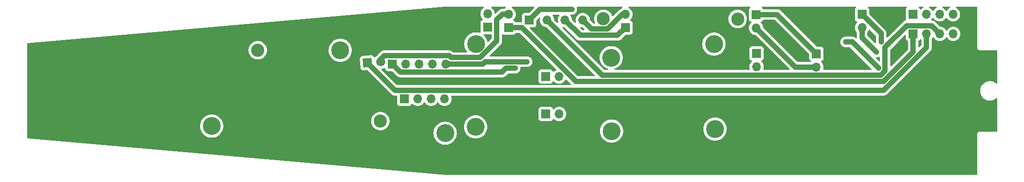
<source format=gbr>
%TF.GenerationSoftware,KiCad,Pcbnew,8.0.0*%
%TF.CreationDate,2024-10-27T16:20:46-07:00*%
%TF.ProjectId,sled,736c6564-2e6b-4696-9361-645f70636258,rev?*%
%TF.SameCoordinates,Original*%
%TF.FileFunction,Copper,L2,Bot*%
%TF.FilePolarity,Positive*%
%FSLAX46Y46*%
G04 Gerber Fmt 4.6, Leading zero omitted, Abs format (unit mm)*
G04 Created by KiCad (PCBNEW 8.0.0) date 2024-10-27 16:20:46*
%MOMM*%
%LPD*%
G01*
G04 APERTURE LIST*
G04 Aperture macros list*
%AMHorizOval*
0 Thick line with rounded ends*
0 $1 width*
0 $2 $3 position (X,Y) of the first rounded end (center of the circle)*
0 $4 $5 position (X,Y) of the second rounded end (center of the circle)*
0 Add line between two ends*
20,1,$1,$2,$3,$4,$5,0*
0 Add two circle primitives to create the rounded ends*
1,1,$1,$2,$3*
1,1,$1,$4,$5*%
%AMRotRect*
0 Rectangle, with rotation*
0 The origin of the aperture is its center*
0 $1 length*
0 $2 width*
0 $3 Rotation angle, in degrees counterclockwise*
0 Add horizontal line*
21,1,$1,$2,0,0,$3*%
G04 Aperture macros list end*
%TA.AperFunction,ComponentPad*%
%ADD10R,1.700000X1.700000*%
%TD*%
%TA.AperFunction,ComponentPad*%
%ADD11O,1.700000X1.700000*%
%TD*%
%TA.AperFunction,ComponentPad*%
%ADD12C,3.400000*%
%TD*%
%TA.AperFunction,ComponentPad*%
%ADD13C,2.500000*%
%TD*%
%TA.AperFunction,ComponentPad*%
%ADD14RotRect,1.700000X1.700000X95.000000*%
%TD*%
%TA.AperFunction,ComponentPad*%
%ADD15HorizOval,1.700000X0.000000X0.000000X0.000000X0.000000X0*%
%TD*%
%TA.AperFunction,ViaPad*%
%ADD16C,1.000000*%
%TD*%
%TA.AperFunction,Conductor*%
%ADD17C,1.000000*%
%TD*%
G04 APERTURE END LIST*
D10*
%TO.P,SW1,1,A*%
%TO.N,Net-(BT2-+)*%
X221828200Y-57962800D03*
D11*
%TO.P,SW1,2,B*%
%TO.N,Net-(J7-Pin_1)*%
X224368200Y-57962800D03*
%TO.P,SW1,3,A*%
%TO.N,Net-(J4-Pin_2)*%
X226908200Y-57962800D03*
%TO.P,SW1,4,B*%
%TO.N,Net-(J4-Pin_1)*%
X229448200Y-57962800D03*
%TD*%
D10*
%TO.P,J11,1,Pin_1*%
%TO.N,Net-(BT3-+)*%
X152064800Y-73207800D03*
D11*
%TO.P,J11,2,Pin_2*%
%TO.N,Net-(BT3--)*%
X154604800Y-73207800D03*
%TD*%
D12*
%TO.P,H7,1*%
%TO.N,N/C*%
X132943600Y-76860400D03*
%TD*%
D10*
%TO.P,J2,1,Pin_1*%
%TO.N,Net-(J10-Pin_1)*%
X125196600Y-70332600D03*
D11*
%TO.P,J2,2,Pin_2*%
%TO.N,Net-(J10-Pin_2)*%
X127736600Y-70332600D03*
%TO.P,J2,3,Pin_3*%
%TO.N,Net-(J2-Pin_3)*%
X130276600Y-70332600D03*
%TO.P,J2,4,Pin_4*%
%TO.N,Net-(J2-Pin_4)*%
X132816600Y-70332600D03*
%TD*%
D10*
%TO.P,J1,1,Pin_1*%
%TO.N,Net-(J1-Pin_1)*%
X122915600Y-63672800D03*
D11*
%TO.P,J1,2,Pin_2*%
%TO.N,unconnected-(J1-Pin_2-Pad2)*%
X125455600Y-63672800D03*
%TO.P,J1,3,Pin_3*%
%TO.N,unconnected-(J1-Pin_3-Pad3)*%
X127995600Y-63672800D03*
%TO.P,J1,4,Pin_4*%
%TO.N,unconnected-(J1-Pin_4-Pad4)*%
X130535600Y-63672800D03*
%TO.P,J1,5,Pin_5*%
%TO.N,Net-(J1-Pin_5)*%
X133075600Y-63672800D03*
%TD*%
D10*
%TO.P,J10,1,Pin_1*%
%TO.N,Net-(J10-Pin_1)*%
X212115400Y-54249400D03*
D11*
%TO.P,J10,2,Pin_2*%
%TO.N,Net-(J10-Pin_2)*%
X212115400Y-56789400D03*
%TD*%
D10*
%TO.P,J5,1,Pin_1*%
%TO.N,Net-(J5-Pin_1)*%
X152039400Y-66070400D03*
D11*
%TO.P,J5,2,Pin_2*%
%TO.N,Net-(J5-Pin_2)*%
X154579400Y-66070400D03*
%TD*%
D13*
%TO.P,H1,1*%
%TO.N,N/C*%
X97358200Y-61061600D03*
%TD*%
D12*
%TO.P,H10,1*%
%TO.N,N/C*%
X138734800Y-75666600D03*
%TD*%
D10*
%TO.P,BT3,1,+*%
%TO.N,Net-(BT3-+)*%
X141000000Y-56686200D03*
D11*
%TO.P,BT3,2,-*%
%TO.N,Net-(BT3--)*%
X141000000Y-54146200D03*
%TD*%
D10*
%TO.P,J4,1,Pin_1*%
%TO.N,Net-(J4-Pin_1)*%
X148902000Y-55346600D03*
D11*
%TO.P,J4,2,Pin_2*%
%TO.N,Net-(J4-Pin_2)*%
X152302000Y-55346600D03*
%TO.P,J4,3,Pin_3*%
%TO.N,Net-(BT4-+)*%
X155702000Y-55346600D03*
%TO.P,J4,4,Pin_4*%
%TO.N,Net-(BT4--)*%
X159102000Y-55346600D03*
%TD*%
D10*
%TO.P,BT1,1,+*%
%TO.N,Net-(BT1-+)*%
X203454000Y-61742400D03*
D11*
%TO.P,BT1,2,-*%
%TO.N,Net-(BT1--)*%
X203454000Y-64282400D03*
%TD*%
D10*
%TO.P,J9,1,Pin_1*%
%TO.N,Net-(BT1-+)*%
X192000000Y-54279800D03*
D11*
%TO.P,J9,2,Pin_2*%
%TO.N,Net-(BT1--)*%
X192000000Y-56819800D03*
%TD*%
D12*
%TO.P,H5,1*%
%TO.N,N/C*%
X88595200Y-75514200D03*
%TD*%
D10*
%TO.P,BT2,1,+*%
%TO.N,Net-(BT2-+)*%
X145000000Y-56775000D03*
D11*
%TO.P,BT2,2,-*%
%TO.N,Net-(BT2--)*%
X145000000Y-54235000D03*
%TD*%
D12*
%TO.P,H9,1*%
%TO.N,N/C*%
X164490400Y-62484000D03*
%TD*%
D10*
%TO.P,J8,1,Pin_1*%
%TO.N,Net-(J1-Pin_1)*%
X192100200Y-61666200D03*
D11*
%TO.P,J8,2,Pin_2*%
%TO.N,Net-(J1-Pin_5)*%
X192100200Y-64206200D03*
%TD*%
D12*
%TO.P,H11,1*%
%TO.N,N/C*%
X183997600Y-59918600D03*
%TD*%
%TO.P,H13,1*%
%TO.N,N/C*%
X164541200Y-76454000D03*
%TD*%
%TO.P,H12,1*%
%TO.N,N/C*%
X184200800Y-76073000D03*
%TD*%
D10*
%TO.P,SW2,1,A*%
%TO.N,Net-(J5-Pin_2)*%
X221777400Y-54244400D03*
D11*
%TO.P,SW2,2,B*%
%TO.N,Net-(J5-Pin_1)*%
X224317400Y-54244400D03*
%TO.P,SW2,3,A*%
%TO.N,Net-(J2-Pin_4)*%
X226857400Y-54244400D03*
%TO.P,SW2,4,B*%
%TO.N,Net-(J2-Pin_3)*%
X229397400Y-54244400D03*
%TD*%
D13*
%TO.P,H2,1*%
%TO.N,N/C*%
X120650000Y-74559400D03*
%TD*%
D12*
%TO.P,H8,1*%
%TO.N,N/C*%
X138785600Y-59867800D03*
%TD*%
D10*
%TO.P,BT4,1,+*%
%TO.N,Net-(BT4-+)*%
X167182800Y-56769000D03*
D11*
%TO.P,BT4,2,-*%
%TO.N,Net-(BT4--)*%
X167182800Y-54229000D03*
%TD*%
D13*
%TO.P,H3,1*%
%TO.N,N/C*%
X163000000Y-55092600D03*
%TD*%
D12*
%TO.P,H6,1*%
%TO.N,N/C*%
X113030000Y-61087000D03*
%TD*%
D13*
%TO.P,H4,1*%
%TO.N,N/C*%
X188500000Y-55118000D03*
%TD*%
D14*
%TO.P,J7,1,Pin_1*%
%TO.N,Net-(J7-Pin_1)*%
X118186200Y-63474600D03*
D15*
%TO.P,J7,2,Pin_2*%
%TO.N,Net-(BT2--)*%
X120716536Y-63253224D03*
%TD*%
D16*
%TO.N,Net-(J1-Pin_1)*%
X146241116Y-64500000D03*
%TO.N,Net-(J1-Pin_5)*%
X148500000Y-63250000D03*
%TO.N,Net-(J10-Pin_2)*%
X214841655Y-61417057D03*
%TO.N,Net-(J10-Pin_1)*%
X215750000Y-59500000D03*
%TO.N,Net-(J4-Pin_1)*%
X215250000Y-64500000D03*
X209000000Y-59500000D03*
X157000000Y-53298600D03*
%TD*%
D17*
%TO.N,Net-(BT1-+)*%
X195991400Y-54279800D02*
X192000000Y-54279800D01*
X203454000Y-61742400D02*
X195991400Y-54279800D01*
%TO.N,Net-(BT1--)*%
X199462600Y-64282400D02*
X203454000Y-64282400D01*
X192000000Y-56819800D02*
X199462600Y-64282400D01*
%TO.N,Net-(BT2--)*%
X143797919Y-54235000D02*
X142750000Y-55282919D01*
X145000000Y-54235000D02*
X143797919Y-54235000D01*
X142750000Y-59297513D02*
X139574713Y-62472800D01*
X139574713Y-62472800D02*
X134067632Y-62472800D01*
X121377200Y-62122800D02*
X120716535Y-62783465D01*
X133717632Y-62122800D02*
X121377200Y-62122800D01*
X120716535Y-62783465D02*
X120716535Y-63253224D01*
X134067632Y-62472800D02*
X133717632Y-62122800D01*
X142750000Y-55282919D02*
X142750000Y-59297513D01*
%TO.N,Net-(BT2-+)*%
X216182423Y-67032400D02*
X157782400Y-67032400D01*
X221828200Y-61386623D02*
X216182423Y-67032400D01*
X221828200Y-57962800D02*
X221828200Y-61386623D01*
X157782400Y-67032400D02*
X147525000Y-56775000D01*
X147525000Y-56775000D02*
X145000000Y-56775000D01*
%TO.N,Net-(BT4--)*%
X163807717Y-57042600D02*
X160798000Y-57042600D01*
X166621317Y-54229000D02*
X163807717Y-57042600D01*
X160798000Y-57042600D02*
X159102000Y-55346600D01*
X167182800Y-54229000D02*
X166621317Y-54229000D01*
%TO.N,Net-(BT4-+)*%
X155702000Y-55346600D02*
X158598000Y-58242600D01*
X158598000Y-58242600D02*
X165709200Y-58242600D01*
X165709200Y-58242600D02*
X167182800Y-56769000D01*
%TO.N,Net-(J1-Pin_1)*%
X143777200Y-65222800D02*
X144500000Y-64500000D01*
X144500000Y-64500000D02*
X146241116Y-64500000D01*
X124465600Y-65222800D02*
X143777200Y-65222800D01*
X122915600Y-63672800D02*
X124465600Y-65222800D01*
%TO.N,Net-(J1-Pin_5)*%
X140071769Y-63672800D02*
X133075600Y-63672800D01*
X148500000Y-63250000D02*
X140494569Y-63250000D01*
X140494569Y-63250000D02*
X140071769Y-63672800D01*
%TO.N,Net-(J10-Pin_2)*%
X212115400Y-56789400D02*
X212115400Y-58690802D01*
X212115400Y-58690802D02*
X214841655Y-61417057D01*
%TO.N,Net-(J10-Pin_1)*%
X215750000Y-57884000D02*
X215750000Y-59500000D01*
X212115400Y-54249400D02*
X215750000Y-57884000D01*
%TO.N,Net-(J4-Pin_2)*%
X162787800Y-65832400D02*
X152302000Y-55346600D01*
X225358200Y-56412800D02*
X220587200Y-56412800D01*
X215685367Y-65832400D02*
X162787800Y-65832400D01*
X226908200Y-57962800D02*
X225358200Y-56412800D01*
X220587200Y-56412800D02*
X216500000Y-60500000D01*
X216500000Y-65017767D02*
X215685367Y-65832400D01*
X216500000Y-60500000D02*
X216500000Y-65017767D01*
%TO.N,Net-(J4-Pin_1)*%
X150950000Y-53298600D02*
X157000000Y-53298600D01*
X148902000Y-55346600D02*
X150950000Y-53298600D01*
X209000000Y-59500000D02*
X210250000Y-59500000D01*
X210250000Y-59500000D02*
X215250000Y-64500000D01*
%TO.N,Net-(J7-Pin_1)*%
X216225679Y-68686200D02*
X224368200Y-60543679D01*
X123397800Y-68686200D02*
X216225679Y-68686200D01*
X118186200Y-63474600D02*
X123397800Y-68686200D01*
X224368200Y-60543679D02*
X224368200Y-57962800D01*
%TD*%
%TA.AperFunction,NonConductor*%
G36*
X223729011Y-52818785D02*
G01*
X223774766Y-52871589D01*
X223784710Y-52940747D01*
X223755685Y-53004303D01*
X223714377Y-53035482D01*
X223639571Y-53070364D01*
X223639569Y-53070365D01*
X223446000Y-53205903D01*
X223324073Y-53327830D01*
X223262750Y-53361314D01*
X223193058Y-53356330D01*
X223137125Y-53314458D01*
X223120210Y-53283481D01*
X223071197Y-53152071D01*
X223071193Y-53152064D01*
X223010032Y-53070365D01*
X222984946Y-53036854D01*
X222965591Y-53022365D01*
X222923722Y-52966433D01*
X222918738Y-52896741D01*
X222952223Y-52835418D01*
X223013547Y-52801934D01*
X223039904Y-52799100D01*
X223661972Y-52799100D01*
X223729011Y-52818785D01*
G37*
%TD.AperFunction*%
%TA.AperFunction,NonConductor*%
G36*
X228809011Y-52818785D02*
G01*
X228854766Y-52871589D01*
X228864710Y-52940747D01*
X228835685Y-53004303D01*
X228794377Y-53035482D01*
X228719571Y-53070364D01*
X228719569Y-53070365D01*
X228525997Y-53205905D01*
X228358905Y-53372997D01*
X228228975Y-53558558D01*
X228174398Y-53602183D01*
X228104900Y-53609377D01*
X228042545Y-53577854D01*
X228025825Y-53558558D01*
X227895894Y-53372997D01*
X227728802Y-53205906D01*
X227728795Y-53205901D01*
X227720450Y-53200058D01*
X227651918Y-53152071D01*
X227535234Y-53070367D01*
X227535230Y-53070365D01*
X227515072Y-53060965D01*
X227460422Y-53035481D01*
X227407984Y-52989310D01*
X227388832Y-52922116D01*
X227409048Y-52855235D01*
X227462213Y-52809900D01*
X227512828Y-52799100D01*
X228741972Y-52799100D01*
X228809011Y-52818785D01*
G37*
%TD.AperFunction*%
%TA.AperFunction,NonConductor*%
G36*
X226269011Y-52818785D02*
G01*
X226314766Y-52871589D01*
X226324710Y-52940747D01*
X226295685Y-53004303D01*
X226254377Y-53035482D01*
X226179571Y-53070364D01*
X226179569Y-53070365D01*
X225985997Y-53205905D01*
X225818905Y-53372997D01*
X225688975Y-53558558D01*
X225634398Y-53602183D01*
X225564900Y-53609377D01*
X225502545Y-53577854D01*
X225485825Y-53558558D01*
X225355894Y-53372997D01*
X225188802Y-53205906D01*
X225188795Y-53205901D01*
X225180450Y-53200058D01*
X225111918Y-53152071D01*
X224995234Y-53070367D01*
X224995230Y-53070365D01*
X224975072Y-53060965D01*
X224920422Y-53035481D01*
X224867984Y-52989310D01*
X224848832Y-52922116D01*
X224869048Y-52855235D01*
X224922213Y-52809900D01*
X224972828Y-52799100D01*
X226201972Y-52799100D01*
X226269011Y-52818785D01*
G37*
%TD.AperFunction*%
%TA.AperFunction,NonConductor*%
G36*
X144391453Y-52818785D02*
G01*
X144437208Y-52871589D01*
X144447152Y-52940747D01*
X144418127Y-53004303D01*
X144376819Y-53035482D01*
X144322171Y-53060964D01*
X144322169Y-53060965D01*
X144128597Y-53196505D01*
X144126922Y-53198181D01*
X144126000Y-53198684D01*
X144124449Y-53199986D01*
X144124187Y-53199674D01*
X144065599Y-53231666D01*
X144039241Y-53234500D01*
X143699377Y-53234500D01*
X143675750Y-53239200D01*
X143652122Y-53243900D01*
X143652121Y-53243900D01*
X143506089Y-53272947D01*
X143506079Y-53272950D01*
X143483389Y-53282349D01*
X143324007Y-53348366D01*
X143323999Y-53348371D01*
X143251011Y-53397141D01*
X143236849Y-53406604D01*
X143217799Y-53419332D01*
X143160134Y-53457862D01*
X142553034Y-54064962D01*
X142491711Y-54098447D01*
X142422019Y-54093463D01*
X142366086Y-54051591D01*
X142341825Y-53988090D01*
X142335063Y-53910792D01*
X142283986Y-53720167D01*
X142273905Y-53682544D01*
X142273904Y-53682543D01*
X142273903Y-53682537D01*
X142174035Y-53468371D01*
X142167150Y-53458537D01*
X142038494Y-53274797D01*
X141871402Y-53107706D01*
X141871396Y-53107701D01*
X141752822Y-53024675D01*
X141709197Y-52970098D01*
X141702003Y-52900600D01*
X141733526Y-52838245D01*
X141793756Y-52802831D01*
X141823945Y-52799100D01*
X144324414Y-52799100D01*
X144391453Y-52818785D01*
G37*
%TD.AperFunction*%
%TA.AperFunction,NonConductor*%
G36*
X149802256Y-52818785D02*
G01*
X149848011Y-52871589D01*
X149857955Y-52940747D01*
X149828930Y-53004303D01*
X149822898Y-53010781D01*
X148873897Y-53959781D01*
X148812574Y-53993266D01*
X148786216Y-53996100D01*
X148004129Y-53996100D01*
X148004123Y-53996101D01*
X147944516Y-54002508D01*
X147809671Y-54052802D01*
X147809664Y-54052806D01*
X147694455Y-54139052D01*
X147694452Y-54139055D01*
X147608206Y-54254264D01*
X147608202Y-54254271D01*
X147557908Y-54389117D01*
X147552358Y-54440747D01*
X147551500Y-54448727D01*
X147551500Y-55111197D01*
X147551501Y-55650500D01*
X147531816Y-55717539D01*
X147479013Y-55763294D01*
X147427501Y-55774500D01*
X146414141Y-55774500D01*
X146347102Y-55754815D01*
X146301347Y-55702011D01*
X146297969Y-55693859D01*
X146293796Y-55682669D01*
X146293793Y-55682665D01*
X146293793Y-55682664D01*
X146207547Y-55567455D01*
X146207544Y-55567452D01*
X146092335Y-55481206D01*
X146092328Y-55481202D01*
X145960917Y-55432189D01*
X145904983Y-55390318D01*
X145880566Y-55324853D01*
X145895418Y-55256580D01*
X145916563Y-55228332D01*
X146038495Y-55106401D01*
X146174035Y-54912830D01*
X146273903Y-54698663D01*
X146335063Y-54470408D01*
X146355659Y-54235000D01*
X146335063Y-53999592D01*
X146273903Y-53771337D01*
X146174035Y-53557171D01*
X146169833Y-53551169D01*
X146038494Y-53363597D01*
X145871402Y-53196506D01*
X145871395Y-53196501D01*
X145862833Y-53190506D01*
X145832521Y-53169281D01*
X145677834Y-53060967D01*
X145677830Y-53060965D01*
X145652664Y-53049230D01*
X145623180Y-53035481D01*
X145570742Y-52989310D01*
X145551590Y-52922116D01*
X145571806Y-52855235D01*
X145624971Y-52809900D01*
X145675586Y-52799100D01*
X149735217Y-52799100D01*
X149802256Y-52818785D01*
G37*
%TD.AperFunction*%
%TA.AperFunction,NonConductor*%
G36*
X154615648Y-54318785D02*
G01*
X154661403Y-54371589D01*
X154671347Y-54440747D01*
X154650184Y-54494223D01*
X154527965Y-54668769D01*
X154527964Y-54668771D01*
X154428098Y-54882935D01*
X154428094Y-54882944D01*
X154366938Y-55111186D01*
X154366936Y-55111196D01*
X154346341Y-55346599D01*
X154346341Y-55346600D01*
X154366936Y-55582003D01*
X154366938Y-55582013D01*
X154398919Y-55701369D01*
X154397256Y-55771219D01*
X154358093Y-55829081D01*
X154293864Y-55856585D01*
X154224962Y-55844998D01*
X154191463Y-55821143D01*
X153683890Y-55313570D01*
X153650405Y-55252247D01*
X153648043Y-55236696D01*
X153646786Y-55222325D01*
X153637063Y-55111192D01*
X153588578Y-54930242D01*
X153575905Y-54882944D01*
X153575904Y-54882943D01*
X153575903Y-54882937D01*
X153476035Y-54668771D01*
X153434787Y-54609863D01*
X153353816Y-54494223D01*
X153331489Y-54428017D01*
X153348499Y-54360250D01*
X153399447Y-54312437D01*
X153455391Y-54299100D01*
X154548609Y-54299100D01*
X154615648Y-54318785D01*
G37*
%TD.AperFunction*%
%TA.AperFunction,NonConductor*%
G36*
X166561386Y-52818785D02*
G01*
X166607141Y-52871589D01*
X166617085Y-52940747D01*
X166588060Y-53004303D01*
X166546752Y-53035482D01*
X166504971Y-53054964D01*
X166504969Y-53054965D01*
X166311400Y-53190503D01*
X166185552Y-53316350D01*
X166152284Y-53338581D01*
X166152774Y-53339497D01*
X166147400Y-53342369D01*
X165983539Y-53451857D01*
X165983531Y-53451863D01*
X164862857Y-54572537D01*
X164801534Y-54606022D01*
X164731842Y-54601038D01*
X164675909Y-54559166D01*
X164659750Y-54530161D01*
X164581568Y-54330957D01*
X164450386Y-54103743D01*
X164286805Y-53898619D01*
X164286804Y-53898618D01*
X164286801Y-53898614D01*
X164094479Y-53720167D01*
X164040449Y-53683330D01*
X163877704Y-53572372D01*
X163877700Y-53572370D01*
X163877697Y-53572368D01*
X163877696Y-53572367D01*
X163641325Y-53458538D01*
X163641327Y-53458538D01*
X163390623Y-53381206D01*
X163390619Y-53381205D01*
X163390615Y-53381204D01*
X163258656Y-53361314D01*
X163131187Y-53342100D01*
X163131182Y-53342100D01*
X162868818Y-53342100D01*
X162868812Y-53342100D01*
X162726184Y-53363599D01*
X162609385Y-53381204D01*
X162609382Y-53381205D01*
X162609376Y-53381206D01*
X162358673Y-53458538D01*
X162122303Y-53572367D01*
X162122302Y-53572368D01*
X161905520Y-53720167D01*
X161713198Y-53898614D01*
X161549614Y-54103743D01*
X161418432Y-54330956D01*
X161322582Y-54575178D01*
X161322576Y-54575197D01*
X161264197Y-54830974D01*
X161264196Y-54830979D01*
X161244592Y-55092595D01*
X161244592Y-55092604D01*
X161264196Y-55354220D01*
X161264197Y-55354225D01*
X161322576Y-55610002D01*
X161322582Y-55610021D01*
X161418430Y-55854240D01*
X161419504Y-55856099D01*
X161419685Y-55856845D01*
X161420447Y-55858428D01*
X161420108Y-55858590D01*
X161435977Y-55923999D01*
X161413125Y-55990026D01*
X161358204Y-56033217D01*
X161312117Y-56042100D01*
X161263782Y-56042100D01*
X161196743Y-56022415D01*
X161176101Y-56005781D01*
X160483890Y-55313570D01*
X160450405Y-55252247D01*
X160448043Y-55236696D01*
X160446786Y-55222325D01*
X160437063Y-55111192D01*
X160388578Y-54930242D01*
X160375905Y-54882944D01*
X160375904Y-54882943D01*
X160375903Y-54882937D01*
X160276035Y-54668771D01*
X160234788Y-54609863D01*
X160140494Y-54475197D01*
X159973402Y-54308106D01*
X159973395Y-54308101D01*
X159960540Y-54299100D01*
X159921916Y-54272055D01*
X159779834Y-54172567D01*
X159779830Y-54172565D01*
X159755400Y-54161173D01*
X159565663Y-54072697D01*
X159565659Y-54072696D01*
X159565655Y-54072694D01*
X159337413Y-54011538D01*
X159337403Y-54011536D01*
X159102001Y-53990941D01*
X159101999Y-53990941D01*
X158866596Y-54011536D01*
X158866586Y-54011538D01*
X158638344Y-54072694D01*
X158638337Y-54072696D01*
X158638337Y-54072697D01*
X158631811Y-54075740D01*
X158424171Y-54172564D01*
X158424169Y-54172565D01*
X158230597Y-54308105D01*
X158063505Y-54475197D01*
X157927965Y-54668769D01*
X157927964Y-54668771D01*
X157828098Y-54882935D01*
X157828094Y-54882944D01*
X157766938Y-55111186D01*
X157766936Y-55111196D01*
X157746341Y-55346599D01*
X157746341Y-55346600D01*
X157766936Y-55582003D01*
X157766939Y-55582016D01*
X157798918Y-55701368D01*
X157797255Y-55771217D01*
X157758092Y-55829080D01*
X157693863Y-55856583D01*
X157624961Y-55844996D01*
X157591462Y-55821141D01*
X157083890Y-55313569D01*
X157050405Y-55252246D01*
X157048043Y-55236695D01*
X157046786Y-55222325D01*
X157037063Y-55111192D01*
X156988578Y-54930242D01*
X156975905Y-54882944D01*
X156975904Y-54882943D01*
X156975903Y-54882937D01*
X156876035Y-54668771D01*
X156834787Y-54609863D01*
X156753816Y-54494223D01*
X156731489Y-54428017D01*
X156748499Y-54360250D01*
X156799447Y-54312437D01*
X156855391Y-54299100D01*
X156944756Y-54299100D01*
X156956909Y-54299696D01*
X157000000Y-54303941D01*
X157043090Y-54299696D01*
X157055244Y-54299100D01*
X157098542Y-54299100D01*
X157114454Y-54295934D01*
X157141005Y-54290653D01*
X157153037Y-54288868D01*
X157196132Y-54284624D01*
X157237580Y-54272050D01*
X157249353Y-54269100D01*
X157291835Y-54260651D01*
X157331847Y-54244076D01*
X157343280Y-54239986D01*
X157384727Y-54227414D01*
X157422918Y-54206999D01*
X157433906Y-54201802D01*
X157473914Y-54185232D01*
X157509938Y-54161160D01*
X157520351Y-54154920D01*
X157546591Y-54140895D01*
X157558535Y-54134512D01*
X157558539Y-54134509D01*
X157565078Y-54129143D01*
X157592005Y-54107044D01*
X157601782Y-54099793D01*
X157603797Y-54098447D01*
X157637782Y-54075739D01*
X157668408Y-54045112D01*
X157677402Y-54036959D01*
X157710883Y-54009483D01*
X157738359Y-53976002D01*
X157746512Y-53967008D01*
X157777139Y-53936382D01*
X157801193Y-53900381D01*
X157808444Y-53890605D01*
X157835909Y-53857139D01*
X157835912Y-53857135D01*
X157842295Y-53845191D01*
X157856320Y-53818951D01*
X157862560Y-53808538D01*
X157886632Y-53772514D01*
X157903202Y-53732506D01*
X157908399Y-53721518D01*
X157928814Y-53683327D01*
X157941386Y-53641880D01*
X157945476Y-53630447D01*
X157962051Y-53590435D01*
X157970500Y-53547953D01*
X157973450Y-53536180D01*
X157986024Y-53494732D01*
X157990268Y-53451637D01*
X157992054Y-53439599D01*
X158000500Y-53397141D01*
X158000500Y-53353844D01*
X158001097Y-53341690D01*
X158003005Y-53322317D01*
X158005341Y-53298600D01*
X158001097Y-53255507D01*
X158000500Y-53243354D01*
X158000500Y-53200058D01*
X157997995Y-53187464D01*
X157992052Y-53157590D01*
X157990268Y-53145561D01*
X157986024Y-53102469D01*
X157986024Y-53102468D01*
X157973448Y-53061014D01*
X157970499Y-53049240D01*
X157962051Y-53006765D01*
X157947050Y-52970552D01*
X157939582Y-52901084D01*
X157970857Y-52838605D01*
X158030945Y-52802952D01*
X158061612Y-52799100D01*
X166494347Y-52799100D01*
X166561386Y-52818785D01*
G37*
%TD.AperFunction*%
%TA.AperFunction,NonConductor*%
G36*
X158747232Y-56649681D02*
G01*
X158866592Y-56681663D01*
X158992097Y-56692643D01*
X159057165Y-56718095D01*
X159068970Y-56728490D01*
X159370899Y-57030419D01*
X159404384Y-57091742D01*
X159399400Y-57161434D01*
X159357528Y-57217367D01*
X159292064Y-57241784D01*
X159283218Y-57242100D01*
X159063783Y-57242100D01*
X158996744Y-57222415D01*
X158976102Y-57205781D01*
X158627458Y-56857137D01*
X158593973Y-56795814D01*
X158598957Y-56726122D01*
X158640829Y-56670189D01*
X158706293Y-56645772D01*
X158747232Y-56649681D01*
G37*
%TD.AperFunction*%
%TA.AperFunction,NonConductor*%
G36*
X220581935Y-52818785D02*
G01*
X220627690Y-52871589D01*
X220637634Y-52940747D01*
X220608609Y-53004303D01*
X220589210Y-53022363D01*
X220569854Y-53036854D01*
X220569853Y-53036855D01*
X220569852Y-53036856D01*
X220483606Y-53152064D01*
X220483602Y-53152071D01*
X220433308Y-53286917D01*
X220426901Y-53346516D01*
X220426900Y-53346535D01*
X220426900Y-55142270D01*
X220426901Y-55142276D01*
X220433309Y-55201884D01*
X220459271Y-55271494D01*
X220464255Y-55341185D01*
X220430769Y-55402508D01*
X220369446Y-55435993D01*
X220367280Y-55436443D01*
X220295372Y-55450746D01*
X220295364Y-55450748D01*
X220113288Y-55526166D01*
X220113279Y-55526171D01*
X219949419Y-55635659D01*
X219949415Y-55635662D01*
X216962181Y-58622897D01*
X216900858Y-58656382D01*
X216831166Y-58651398D01*
X216775233Y-58609526D01*
X216750816Y-58544062D01*
X216750500Y-58535216D01*
X216750500Y-57988675D01*
X216750501Y-57988654D01*
X216750501Y-57785457D01*
X216750500Y-57785455D01*
X216736163Y-57713378D01*
X216712052Y-57592165D01*
X216636632Y-57410086D01*
X216636631Y-57410085D01*
X216636628Y-57410079D01*
X216527140Y-57246219D01*
X216527137Y-57246215D01*
X213502218Y-54221297D01*
X213468733Y-54159974D01*
X213465899Y-54133616D01*
X213465899Y-53351529D01*
X213465898Y-53351523D01*
X213465897Y-53351516D01*
X213459491Y-53291917D01*
X213455922Y-53282349D01*
X213409197Y-53157071D01*
X213409193Y-53157064D01*
X213322947Y-53041855D01*
X213322944Y-53041852D01*
X213296914Y-53022366D01*
X213255043Y-52966433D01*
X213250059Y-52896741D01*
X213283545Y-52835418D01*
X213344868Y-52801934D01*
X213371225Y-52799100D01*
X214777290Y-52799100D01*
X220514896Y-52799100D01*
X220581935Y-52818785D01*
G37*
%TD.AperFunction*%
%TA.AperFunction,NonConductor*%
G36*
X141692539Y-58056384D02*
G01*
X141738294Y-58109188D01*
X141749500Y-58160699D01*
X141749500Y-58831730D01*
X141729815Y-58898769D01*
X141713181Y-58919411D01*
X141149380Y-59483211D01*
X141088057Y-59516696D01*
X141018365Y-59511712D01*
X140962432Y-59469840D01*
X140940082Y-59419721D01*
X140915681Y-59297047D01*
X140822959Y-59023898D01*
X140695378Y-58765189D01*
X140646179Y-58691557D01*
X140535121Y-58525347D01*
X140344927Y-58308472D01*
X140282730Y-58253927D01*
X140245306Y-58194925D01*
X140245722Y-58125057D01*
X140283845Y-58066504D01*
X140347573Y-58037858D01*
X140364476Y-58036699D01*
X141625500Y-58036699D01*
X141692539Y-58056384D01*
G37*
%TD.AperFunction*%
%TA.AperFunction,NonConductor*%
G36*
X213568833Y-57130317D02*
G01*
X213607704Y-57156625D01*
X214713181Y-58262101D01*
X214746666Y-58323424D01*
X214749500Y-58349782D01*
X214749500Y-59444754D01*
X214748903Y-59456907D01*
X214744659Y-59499999D01*
X214748903Y-59543090D01*
X214749500Y-59555244D01*
X214749500Y-59598544D01*
X214749557Y-59599123D01*
X214749500Y-59599423D01*
X214749500Y-59604632D01*
X214748512Y-59604632D01*
X214736537Y-59667769D01*
X214688470Y-59718478D01*
X214620619Y-59735150D01*
X214554525Y-59712493D01*
X214538473Y-59698955D01*
X213152219Y-58312701D01*
X213118734Y-58251378D01*
X213115900Y-58225020D01*
X213115900Y-57750158D01*
X213135585Y-57683119D01*
X213152219Y-57662477D01*
X213153895Y-57660801D01*
X213289435Y-57467230D01*
X213389303Y-57253063D01*
X213400248Y-57212211D01*
X213436611Y-57152554D01*
X213499457Y-57122023D01*
X213568833Y-57130317D01*
G37*
%TD.AperFunction*%
%TA.AperFunction,NonConductor*%
G36*
X223303125Y-58974826D02*
G01*
X223352531Y-59024230D01*
X223367700Y-59083659D01*
X223367700Y-60077896D01*
X223348015Y-60144935D01*
X223331381Y-60165577D01*
X223040381Y-60456577D01*
X222979058Y-60490062D01*
X222909366Y-60485078D01*
X222853433Y-60443206D01*
X222829016Y-60377742D01*
X222828700Y-60368896D01*
X222828700Y-59376941D01*
X222848385Y-59309902D01*
X222901189Y-59264147D01*
X222909349Y-59260766D01*
X222920531Y-59256596D01*
X223035746Y-59170346D01*
X223121996Y-59055131D01*
X223127518Y-59040325D01*
X223169388Y-58984393D01*
X223234852Y-58959975D01*
X223303125Y-58974826D01*
G37*
%TD.AperFunction*%
%TA.AperFunction,NonConductor*%
G36*
X215450687Y-62313651D02*
G01*
X215492061Y-62369953D01*
X215499500Y-62412256D01*
X215499500Y-63035218D01*
X215479815Y-63102257D01*
X215427011Y-63148012D01*
X215357853Y-63157956D01*
X215294297Y-63128931D01*
X215287819Y-63122899D01*
X214795508Y-62630588D01*
X214762023Y-62569265D01*
X214767007Y-62499573D01*
X214808879Y-62443640D01*
X214871037Y-62419504D01*
X214873598Y-62419251D01*
X214884748Y-62418154D01*
X214896899Y-62417557D01*
X214940196Y-62417557D01*
X214957634Y-62414088D01*
X214982659Y-62409110D01*
X214994691Y-62407325D01*
X215037787Y-62403081D01*
X215079225Y-62390509D01*
X215091025Y-62387554D01*
X215133491Y-62379108D01*
X215173510Y-62362530D01*
X215184930Y-62358444D01*
X215226382Y-62345871D01*
X215264577Y-62325454D01*
X215275556Y-62320261D01*
X215315569Y-62303688D01*
X215315575Y-62303683D01*
X215317039Y-62302902D01*
X215317896Y-62302723D01*
X215321198Y-62301356D01*
X215321457Y-62301981D01*
X215385441Y-62288655D01*
X215450687Y-62313651D01*
G37*
%TD.AperFunction*%
%TA.AperFunction,NonConductor*%
G36*
X195592657Y-55299985D02*
G01*
X195613299Y-55316619D01*
X202067181Y-61770501D01*
X202100666Y-61831824D01*
X202103500Y-61858182D01*
X202103500Y-62640270D01*
X202103501Y-62640276D01*
X202109908Y-62699883D01*
X202160202Y-62834728D01*
X202160206Y-62834735D01*
X202246452Y-62949944D01*
X202246455Y-62949947D01*
X202361664Y-63036193D01*
X202361671Y-63036197D01*
X202376473Y-63041718D01*
X202432407Y-63083589D01*
X202456824Y-63149054D01*
X202441972Y-63217327D01*
X202392567Y-63266732D01*
X202333140Y-63281900D01*
X199928382Y-63281900D01*
X199861343Y-63262215D01*
X199840701Y-63245581D01*
X193381890Y-56786770D01*
X193348405Y-56725447D01*
X193346043Y-56709896D01*
X193344951Y-56697415D01*
X193335063Y-56584392D01*
X193273903Y-56356137D01*
X193174035Y-56141971D01*
X193152747Y-56111569D01*
X193038496Y-55948400D01*
X193008095Y-55917999D01*
X192916567Y-55826471D01*
X192883084Y-55765151D01*
X192888068Y-55695459D01*
X192929939Y-55639525D01*
X192960915Y-55622610D01*
X193092331Y-55573596D01*
X193207546Y-55487346D01*
X193293796Y-55372131D01*
X193297960Y-55360965D01*
X193339829Y-55305034D01*
X193405293Y-55280616D01*
X193414141Y-55280300D01*
X195525618Y-55280300D01*
X195592657Y-55299985D01*
G37*
%TD.AperFunction*%
%TA.AperFunction,NonConductor*%
G36*
X220397034Y-58120399D02*
G01*
X220452967Y-58162271D01*
X220477384Y-58227735D01*
X220477700Y-58236581D01*
X220477700Y-58860670D01*
X220477701Y-58860676D01*
X220484108Y-58920283D01*
X220534402Y-59055128D01*
X220534406Y-59055135D01*
X220620652Y-59170344D01*
X220620655Y-59170347D01*
X220735865Y-59256594D01*
X220735867Y-59256594D01*
X220735869Y-59256596D01*
X220747030Y-59260758D01*
X220802964Y-59302626D01*
X220827384Y-59368089D01*
X220827700Y-59376941D01*
X220827700Y-60920840D01*
X220808015Y-60987879D01*
X220791381Y-61008521D01*
X217712181Y-64087721D01*
X217650858Y-64121206D01*
X217581166Y-64116222D01*
X217525233Y-64074350D01*
X217500816Y-64008886D01*
X217500500Y-64000040D01*
X217500500Y-60965782D01*
X217520185Y-60898743D01*
X217536819Y-60878101D01*
X218898224Y-59516696D01*
X220266021Y-58148898D01*
X220327342Y-58115415D01*
X220397034Y-58120399D01*
G37*
%TD.AperFunction*%
%TA.AperFunction,NonConductor*%
G36*
X210926614Y-52818785D02*
G01*
X210972369Y-52871589D01*
X210982313Y-52940747D01*
X210953288Y-53004303D01*
X210933886Y-53022366D01*
X210907855Y-53041852D01*
X210907852Y-53041855D01*
X210821606Y-53157064D01*
X210821602Y-53157071D01*
X210771308Y-53291917D01*
X210765239Y-53348371D01*
X210764901Y-53351523D01*
X210764900Y-53351535D01*
X210764900Y-55147270D01*
X210764901Y-55147276D01*
X210771308Y-55206883D01*
X210821602Y-55341728D01*
X210821606Y-55341735D01*
X210907852Y-55456944D01*
X210907855Y-55456947D01*
X211023064Y-55543193D01*
X211023071Y-55543197D01*
X211154481Y-55592210D01*
X211210415Y-55634081D01*
X211234832Y-55699545D01*
X211219980Y-55767818D01*
X211198830Y-55796073D01*
X211076903Y-55918000D01*
X210941365Y-56111569D01*
X210941364Y-56111571D01*
X210841498Y-56325735D01*
X210841494Y-56325744D01*
X210780338Y-56553986D01*
X210780336Y-56553996D01*
X210759741Y-56789399D01*
X210759741Y-56789400D01*
X210780336Y-57024803D01*
X210780338Y-57024813D01*
X210841494Y-57253055D01*
X210841496Y-57253059D01*
X210841497Y-57253063D01*
X210876337Y-57327777D01*
X210941365Y-57467230D01*
X210941367Y-57467234D01*
X211028850Y-57592172D01*
X211070525Y-57651690D01*
X211076901Y-57660795D01*
X211076906Y-57660802D01*
X211078581Y-57662477D01*
X211079082Y-57663395D01*
X211080382Y-57664944D01*
X211080070Y-57665205D01*
X211112066Y-57723800D01*
X211114900Y-57750158D01*
X211114900Y-58650616D01*
X211095215Y-58717655D01*
X211042411Y-58763410D01*
X210973253Y-58773354D01*
X210909697Y-58744329D01*
X210903219Y-58738297D01*
X210887785Y-58722863D01*
X210887781Y-58722860D01*
X210723920Y-58613371D01*
X210723911Y-58613366D01*
X210622078Y-58571186D01*
X210595165Y-58560038D01*
X210568500Y-58548993D01*
X210541837Y-58537949D01*
X210541833Y-58537948D01*
X210421316Y-58513976D01*
X210396974Y-58509134D01*
X210348543Y-58499500D01*
X210348541Y-58499500D01*
X209055244Y-58499500D01*
X209043090Y-58498903D01*
X209000000Y-58494659D01*
X208956910Y-58498903D01*
X208944756Y-58499500D01*
X208901453Y-58499500D01*
X208858991Y-58507945D01*
X208846963Y-58509730D01*
X208803867Y-58513976D01*
X208762427Y-58526546D01*
X208750626Y-58529502D01*
X208708166Y-58537948D01*
X208708161Y-58537949D01*
X208668159Y-58554518D01*
X208656707Y-58558616D01*
X208615272Y-58571186D01*
X208577091Y-58591594D01*
X208566093Y-58596795D01*
X208526091Y-58613364D01*
X208490080Y-58637426D01*
X208479645Y-58643680D01*
X208441465Y-58664087D01*
X208441460Y-58664091D01*
X208407990Y-58691557D01*
X208398225Y-58698799D01*
X208362225Y-58722855D01*
X208362219Y-58722860D01*
X208331595Y-58753483D01*
X208322584Y-58761650D01*
X208289117Y-58789117D01*
X208261650Y-58822584D01*
X208253483Y-58831595D01*
X208222860Y-58862219D01*
X208222855Y-58862225D01*
X208198799Y-58898225D01*
X208191557Y-58907990D01*
X208164091Y-58941460D01*
X208164087Y-58941465D01*
X208143680Y-58979645D01*
X208137426Y-58990080D01*
X208113364Y-59026091D01*
X208096795Y-59066093D01*
X208091594Y-59077091D01*
X208071186Y-59115272D01*
X208058616Y-59156707D01*
X208054518Y-59168159D01*
X208037949Y-59208161D01*
X208037948Y-59208166D01*
X208029502Y-59250626D01*
X208026546Y-59262427D01*
X208013976Y-59303867D01*
X208009730Y-59346963D01*
X208007945Y-59358991D01*
X207999500Y-59401453D01*
X207999500Y-59444754D01*
X207998903Y-59456907D01*
X207994659Y-59499999D01*
X207998903Y-59543090D01*
X207999500Y-59555244D01*
X207999500Y-59598544D01*
X208007945Y-59641006D01*
X208009730Y-59653035D01*
X208013975Y-59696130D01*
X208013976Y-59696134D01*
X208026547Y-59737575D01*
X208029503Y-59749378D01*
X208037946Y-59791827D01*
X208037948Y-59791834D01*
X208054517Y-59831834D01*
X208058612Y-59843277D01*
X208071186Y-59884727D01*
X208071187Y-59884729D01*
X208091597Y-59922913D01*
X208096800Y-59933915D01*
X208113368Y-59973914D01*
X208113370Y-59973918D01*
X208137425Y-60009918D01*
X208143683Y-60020358D01*
X208164088Y-60058535D01*
X208164094Y-60058543D01*
X208191552Y-60092002D01*
X208198799Y-60101772D01*
X208222862Y-60137783D01*
X208222865Y-60137787D01*
X208253479Y-60168401D01*
X208261651Y-60177416D01*
X208289118Y-60210884D01*
X208322581Y-60238346D01*
X208331599Y-60246520D01*
X208362214Y-60277136D01*
X208362219Y-60277140D01*
X208380852Y-60289590D01*
X208396367Y-60299957D01*
X208398219Y-60301194D01*
X208407988Y-60308438D01*
X208441462Y-60335910D01*
X208441464Y-60335911D01*
X208479640Y-60356316D01*
X208490078Y-60362572D01*
X208526086Y-60386632D01*
X208566095Y-60403203D01*
X208577091Y-60408404D01*
X208615273Y-60428814D01*
X208656710Y-60441383D01*
X208668160Y-60445480D01*
X208708165Y-60462051D01*
X208750640Y-60470499D01*
X208762414Y-60473448D01*
X208803868Y-60486024D01*
X208846964Y-60490268D01*
X208858990Y-60492052D01*
X208889480Y-60498117D01*
X208901458Y-60500500D01*
X208901459Y-60500500D01*
X208944756Y-60500500D01*
X208956909Y-60501096D01*
X209000000Y-60505341D01*
X209043090Y-60501096D01*
X209055244Y-60500500D01*
X209784218Y-60500500D01*
X209851257Y-60520185D01*
X209871899Y-60536819D01*
X213955299Y-64620219D01*
X213988784Y-64681542D01*
X213983800Y-64751234D01*
X213941928Y-64807167D01*
X213876464Y-64831584D01*
X213867618Y-64831900D01*
X204866503Y-64831900D01*
X204799464Y-64812215D01*
X204753709Y-64759411D01*
X204743765Y-64690253D01*
X204746728Y-64675807D01*
X204763267Y-64614081D01*
X204789063Y-64517808D01*
X204809659Y-64282400D01*
X204789063Y-64046992D01*
X204727903Y-63818737D01*
X204628035Y-63604571D01*
X204620135Y-63593289D01*
X204492496Y-63411000D01*
X204472495Y-63390999D01*
X204370567Y-63289071D01*
X204337084Y-63227751D01*
X204342068Y-63158059D01*
X204383939Y-63102125D01*
X204414915Y-63085210D01*
X204546331Y-63036196D01*
X204661546Y-62949946D01*
X204747796Y-62834731D01*
X204798091Y-62699883D01*
X204804500Y-62640273D01*
X204804499Y-60844528D01*
X204798091Y-60784917D01*
X204791906Y-60768335D01*
X204747797Y-60650071D01*
X204747793Y-60650064D01*
X204661547Y-60534855D01*
X204661544Y-60534852D01*
X204546335Y-60448606D01*
X204546328Y-60448602D01*
X204411482Y-60398308D01*
X204411483Y-60398308D01*
X204351883Y-60391901D01*
X204351881Y-60391900D01*
X204351873Y-60391900D01*
X204351865Y-60391900D01*
X203569782Y-60391900D01*
X203502743Y-60372215D01*
X203482101Y-60355581D01*
X196772879Y-53646359D01*
X196772859Y-53646337D01*
X196629185Y-53502663D01*
X196629181Y-53502660D01*
X196465320Y-53393171D01*
X196465311Y-53393166D01*
X196382083Y-53358692D01*
X196336565Y-53339838D01*
X196307574Y-53327830D01*
X196283237Y-53317749D01*
X196283233Y-53317748D01*
X196153370Y-53291917D01*
X196089943Y-53279300D01*
X196089941Y-53279300D01*
X193414141Y-53279300D01*
X193347102Y-53259615D01*
X193301347Y-53206811D01*
X193297969Y-53198659D01*
X193293796Y-53187469D01*
X193293793Y-53187465D01*
X193293793Y-53187464D01*
X193207547Y-53072256D01*
X193207548Y-53072256D01*
X193207546Y-53072254D01*
X193140904Y-53022365D01*
X193099034Y-52966433D01*
X193094050Y-52896741D01*
X193127535Y-52835418D01*
X193188859Y-52801934D01*
X193215216Y-52799100D01*
X210859575Y-52799100D01*
X210926614Y-52818785D01*
G37*
%TD.AperFunction*%
%TA.AperFunction,NonConductor*%
G36*
X190851823Y-52818785D02*
G01*
X190897578Y-52871589D01*
X190907522Y-52940747D01*
X190878497Y-53004303D01*
X190859097Y-53022364D01*
X190792454Y-53072254D01*
X190792453Y-53072255D01*
X190792452Y-53072256D01*
X190706206Y-53187464D01*
X190706202Y-53187471D01*
X190655908Y-53322317D01*
X190649501Y-53381916D01*
X190649500Y-53381935D01*
X190649500Y-55177670D01*
X190649501Y-55177676D01*
X190655908Y-55237283D01*
X190706202Y-55372128D01*
X190706206Y-55372135D01*
X190792452Y-55487344D01*
X190792455Y-55487347D01*
X190907664Y-55573593D01*
X190907671Y-55573597D01*
X191039081Y-55622610D01*
X191095015Y-55664481D01*
X191119432Y-55729945D01*
X191104580Y-55798218D01*
X191083430Y-55826473D01*
X190961503Y-55948400D01*
X190825965Y-56141969D01*
X190825964Y-56141971D01*
X190726098Y-56356135D01*
X190726094Y-56356144D01*
X190664938Y-56584386D01*
X190664936Y-56584396D01*
X190644341Y-56819799D01*
X190644341Y-56819800D01*
X190664936Y-57055203D01*
X190664938Y-57055213D01*
X190726094Y-57283455D01*
X190726096Y-57283459D01*
X190726097Y-57283463D01*
X190811789Y-57467230D01*
X190825965Y-57497630D01*
X190825967Y-57497634D01*
X190933633Y-57651396D01*
X190961505Y-57691201D01*
X191128599Y-57858295D01*
X191225384Y-57926065D01*
X191322165Y-57993832D01*
X191322167Y-57993833D01*
X191322170Y-57993835D01*
X191536337Y-58093703D01*
X191764592Y-58154863D01*
X191890097Y-58165843D01*
X191955165Y-58191295D01*
X191966970Y-58201690D01*
X198385499Y-64620219D01*
X198418984Y-64681542D01*
X198414000Y-64751234D01*
X198372128Y-64807167D01*
X198306664Y-64831584D01*
X198297818Y-64831900D01*
X193492217Y-64831900D01*
X193425178Y-64812215D01*
X193379423Y-64759411D01*
X193369479Y-64690253D01*
X193373249Y-64675239D01*
X193372702Y-64675093D01*
X193406447Y-64549152D01*
X193435263Y-64441608D01*
X193455859Y-64206200D01*
X193454921Y-64195484D01*
X193447987Y-64116222D01*
X193435263Y-63970792D01*
X193374103Y-63742537D01*
X193274235Y-63528371D01*
X193249747Y-63493399D01*
X193138696Y-63334800D01*
X193085796Y-63281900D01*
X193016767Y-63212871D01*
X192983284Y-63151551D01*
X192988268Y-63081859D01*
X193030139Y-63025925D01*
X193061115Y-63009010D01*
X193192531Y-62959996D01*
X193307746Y-62873746D01*
X193393996Y-62758531D01*
X193444291Y-62623683D01*
X193450700Y-62564073D01*
X193450699Y-60768328D01*
X193444291Y-60708717D01*
X193422417Y-60650071D01*
X193393997Y-60573871D01*
X193393993Y-60573864D01*
X193307747Y-60458655D01*
X193307744Y-60458652D01*
X193192535Y-60372406D01*
X193192528Y-60372402D01*
X193057682Y-60322108D01*
X193057683Y-60322108D01*
X192998083Y-60315701D01*
X192998081Y-60315700D01*
X192998073Y-60315700D01*
X192998064Y-60315700D01*
X191202329Y-60315700D01*
X191202323Y-60315701D01*
X191142716Y-60322108D01*
X191007871Y-60372402D01*
X191007864Y-60372406D01*
X190892655Y-60458652D01*
X190892652Y-60458655D01*
X190806406Y-60573864D01*
X190806402Y-60573871D01*
X190756108Y-60708717D01*
X190750326Y-60762502D01*
X190749701Y-60768323D01*
X190749700Y-60768335D01*
X190749700Y-62564070D01*
X190749701Y-62564076D01*
X190756108Y-62623683D01*
X190806402Y-62758528D01*
X190806406Y-62758535D01*
X190892652Y-62873744D01*
X190892655Y-62873747D01*
X191007864Y-62959993D01*
X191007871Y-62959997D01*
X191139281Y-63009010D01*
X191195215Y-63050881D01*
X191219632Y-63116345D01*
X191204780Y-63184618D01*
X191183630Y-63212873D01*
X191061703Y-63334800D01*
X190926165Y-63528369D01*
X190926164Y-63528371D01*
X190826298Y-63742535D01*
X190826294Y-63742544D01*
X190765138Y-63970786D01*
X190765136Y-63970796D01*
X190744541Y-64206199D01*
X190744541Y-64206200D01*
X190765136Y-64441603D01*
X190765138Y-64441613D01*
X190827698Y-64675093D01*
X190825351Y-64675721D01*
X190829141Y-64735200D01*
X190795180Y-64796261D01*
X190733598Y-64829268D01*
X190708183Y-64831900D01*
X165170535Y-64831900D01*
X165103496Y-64812215D01*
X165057741Y-64759411D01*
X165047797Y-64690253D01*
X165076822Y-64626697D01*
X165130676Y-64590481D01*
X165189019Y-64570676D01*
X165334302Y-64521359D01*
X165593011Y-64393778D01*
X165832854Y-64233520D01*
X166049727Y-64043327D01*
X166239920Y-63826454D01*
X166400178Y-63586611D01*
X166527759Y-63327902D01*
X166620481Y-63054753D01*
X166676756Y-62771839D01*
X166695622Y-62484000D01*
X166676756Y-62196161D01*
X166620481Y-61913247D01*
X166527759Y-61640098D01*
X166400178Y-61381389D01*
X166319773Y-61261054D01*
X166239921Y-61141547D01*
X166049727Y-60924672D01*
X165832852Y-60734478D01*
X165593013Y-60574223D01*
X165593006Y-60574219D01*
X165334305Y-60446642D01*
X165061160Y-60353921D01*
X165061154Y-60353919D01*
X165061153Y-60353919D01*
X165061151Y-60353918D01*
X165061145Y-60353917D01*
X164778249Y-60297646D01*
X164778239Y-60297644D01*
X164490400Y-60278778D01*
X164202561Y-60297644D01*
X164202555Y-60297645D01*
X164202550Y-60297646D01*
X163919654Y-60353917D01*
X163919639Y-60353921D01*
X163646494Y-60446642D01*
X163387793Y-60574219D01*
X163387786Y-60574223D01*
X163147947Y-60734478D01*
X162931072Y-60924672D01*
X162740878Y-61141547D01*
X162580623Y-61381386D01*
X162580619Y-61381393D01*
X162453042Y-61640094D01*
X162360321Y-61913239D01*
X162360317Y-61913254D01*
X162309963Y-62166405D01*
X162304044Y-62196161D01*
X162285178Y-62484000D01*
X162295817Y-62646327D01*
X162304044Y-62771837D01*
X162304046Y-62771849D01*
X162360317Y-63054745D01*
X162360321Y-63054760D01*
X162453042Y-63327905D01*
X162580619Y-63586606D01*
X162580623Y-63586613D01*
X162740878Y-63826452D01*
X162931072Y-64043327D01*
X163147947Y-64233521D01*
X163387786Y-64393776D01*
X163387793Y-64393780D01*
X163439768Y-64419411D01*
X163646498Y-64521359D01*
X163791769Y-64570672D01*
X163850124Y-64590481D01*
X163907278Y-64630670D01*
X163933631Y-64695379D01*
X163920817Y-64764064D01*
X163872903Y-64814916D01*
X163810265Y-64831900D01*
X163253583Y-64831900D01*
X163186544Y-64812215D01*
X163165902Y-64795581D01*
X158288921Y-59918600D01*
X181792378Y-59918600D01*
X181796003Y-59973914D01*
X181811244Y-60206437D01*
X181811246Y-60206449D01*
X181867517Y-60489345D01*
X181867521Y-60489360D01*
X181960242Y-60762505D01*
X182087819Y-61021206D01*
X182087823Y-61021213D01*
X182248078Y-61261052D01*
X182438272Y-61477927D01*
X182643325Y-61657753D01*
X182655146Y-61668120D01*
X182894989Y-61828378D01*
X183153698Y-61955959D01*
X183426847Y-62048681D01*
X183709761Y-62104956D01*
X183997600Y-62123822D01*
X184285439Y-62104956D01*
X184568353Y-62048681D01*
X184841502Y-61955959D01*
X185100211Y-61828378D01*
X185340054Y-61668120D01*
X185556927Y-61477927D01*
X185747120Y-61261054D01*
X185907378Y-61021211D01*
X186034959Y-60762502D01*
X186127681Y-60489353D01*
X186183956Y-60206439D01*
X186202822Y-59918600D01*
X186183956Y-59630761D01*
X186127681Y-59347847D01*
X186034959Y-59074698D01*
X185907378Y-58815989D01*
X185805883Y-58664091D01*
X185747121Y-58576147D01*
X185556927Y-58359272D01*
X185340052Y-58169078D01*
X185100213Y-58008823D01*
X185100206Y-58008819D01*
X184841505Y-57881242D01*
X184568360Y-57788521D01*
X184568354Y-57788519D01*
X184568353Y-57788519D01*
X184568351Y-57788518D01*
X184568345Y-57788517D01*
X184285449Y-57732246D01*
X184285439Y-57732244D01*
X183997600Y-57713378D01*
X183709761Y-57732244D01*
X183709755Y-57732245D01*
X183709750Y-57732246D01*
X183426854Y-57788517D01*
X183426839Y-57788521D01*
X183153694Y-57881242D01*
X182894993Y-58008819D01*
X182894986Y-58008823D01*
X182655147Y-58169078D01*
X182438272Y-58359272D01*
X182248078Y-58576147D01*
X182087823Y-58815986D01*
X182087819Y-58815993D01*
X181960242Y-59074694D01*
X181867521Y-59347839D01*
X181867517Y-59347854D01*
X181811246Y-59630750D01*
X181811244Y-59630761D01*
X181792378Y-59918600D01*
X158288921Y-59918600D01*
X155227457Y-56857136D01*
X155193972Y-56795813D01*
X155198956Y-56726121D01*
X155240828Y-56670188D01*
X155306292Y-56645771D01*
X155347226Y-56649679D01*
X155466592Y-56681663D01*
X155592096Y-56692643D01*
X155657164Y-56718095D01*
X155668969Y-56728490D01*
X157820860Y-58880381D01*
X157820861Y-58880382D01*
X157897396Y-58956917D01*
X157960219Y-59019740D01*
X158042464Y-59074694D01*
X158124086Y-59129232D01*
X158209753Y-59164716D01*
X158306164Y-59204651D01*
X158482929Y-59239812D01*
X158499454Y-59243099D01*
X158499457Y-59243100D01*
X158499459Y-59243100D01*
X165807743Y-59243100D01*
X165892843Y-59226172D01*
X165935394Y-59217708D01*
X166001036Y-59204651D01*
X166067255Y-59177222D01*
X166183114Y-59129232D01*
X166346982Y-59019739D01*
X166486339Y-58880382D01*
X166486340Y-58880380D01*
X166493406Y-58873314D01*
X166493409Y-58873310D01*
X167210901Y-58155818D01*
X167272224Y-58122333D01*
X167298582Y-58119499D01*
X168080671Y-58119499D01*
X168080672Y-58119499D01*
X168140283Y-58113091D01*
X168275131Y-58062796D01*
X168390346Y-57976546D01*
X168476596Y-57861331D01*
X168526891Y-57726483D01*
X168533300Y-57666873D01*
X168533299Y-55871128D01*
X168526891Y-55811517D01*
X168526423Y-55810263D01*
X168476597Y-55676671D01*
X168476593Y-55676664D01*
X168390347Y-55561455D01*
X168390344Y-55561452D01*
X168275135Y-55475206D01*
X168275128Y-55475202D01*
X168143717Y-55426189D01*
X168087783Y-55384318D01*
X168063366Y-55318853D01*
X168078218Y-55250580D01*
X168099363Y-55222332D01*
X168203692Y-55118004D01*
X186744592Y-55118004D01*
X186764196Y-55379620D01*
X186764197Y-55379625D01*
X186764197Y-55379629D01*
X186764198Y-55379630D01*
X186769420Y-55402508D01*
X186822576Y-55635402D01*
X186822578Y-55635411D01*
X186822580Y-55635416D01*
X186918432Y-55879643D01*
X187049614Y-56106857D01*
X187138249Y-56218002D01*
X187213198Y-56311985D01*
X187350015Y-56438931D01*
X187405521Y-56490433D01*
X187622296Y-56638228D01*
X187622301Y-56638230D01*
X187622302Y-56638231D01*
X187622303Y-56638232D01*
X187735290Y-56692643D01*
X187858673Y-56752061D01*
X187858674Y-56752061D01*
X187858677Y-56752063D01*
X188109385Y-56829396D01*
X188368818Y-56868500D01*
X188631182Y-56868500D01*
X188890615Y-56829396D01*
X189141323Y-56752063D01*
X189373202Y-56640396D01*
X189377696Y-56638232D01*
X189377696Y-56638231D01*
X189377704Y-56638228D01*
X189594479Y-56490433D01*
X189786805Y-56311981D01*
X189950386Y-56106857D01*
X190081568Y-55879643D01*
X190177420Y-55635416D01*
X190235802Y-55379630D01*
X190235803Y-55379620D01*
X190255408Y-55118004D01*
X190255408Y-55117995D01*
X190235803Y-54856379D01*
X190235802Y-54856374D01*
X190235802Y-54856370D01*
X190177420Y-54600584D01*
X190081568Y-54356357D01*
X189950386Y-54129143D01*
X189786805Y-53924019D01*
X189786804Y-53924018D01*
X189786801Y-53924014D01*
X189594479Y-53745567D01*
X189503194Y-53683330D01*
X189377704Y-53597772D01*
X189377700Y-53597770D01*
X189377697Y-53597768D01*
X189377696Y-53597767D01*
X189141325Y-53483938D01*
X189141327Y-53483938D01*
X188890623Y-53406606D01*
X188890619Y-53406605D01*
X188890615Y-53406604D01*
X188765823Y-53387794D01*
X188631187Y-53367500D01*
X188631182Y-53367500D01*
X188368818Y-53367500D01*
X188368812Y-53367500D01*
X188207247Y-53391853D01*
X188109385Y-53406604D01*
X188109382Y-53406605D01*
X188109376Y-53406606D01*
X187858673Y-53483938D01*
X187622303Y-53597767D01*
X187622302Y-53597768D01*
X187405520Y-53745567D01*
X187213198Y-53924014D01*
X187049614Y-54129143D01*
X186918432Y-54356356D01*
X186822582Y-54600578D01*
X186822576Y-54600597D01*
X186764197Y-54856374D01*
X186764196Y-54856379D01*
X186744592Y-55117995D01*
X186744592Y-55118004D01*
X168203692Y-55118004D01*
X168221295Y-55100401D01*
X168356835Y-54906830D01*
X168456703Y-54692663D01*
X168517863Y-54464408D01*
X168538459Y-54229000D01*
X168517863Y-53993592D01*
X168456703Y-53765337D01*
X168356835Y-53551171D01*
X168322870Y-53502663D01*
X168221294Y-53357597D01*
X168054202Y-53190506D01*
X168054195Y-53190501D01*
X167860634Y-53054967D01*
X167860630Y-53054965D01*
X167848331Y-53049230D01*
X167818847Y-53035481D01*
X167766409Y-52989310D01*
X167747257Y-52922116D01*
X167767473Y-52855235D01*
X167820638Y-52809901D01*
X167871253Y-52799100D01*
X190784784Y-52799100D01*
X190851823Y-52818785D01*
G37*
%TD.AperFunction*%
%TA.AperFunction,NonConductor*%
G36*
X150922478Y-54843555D02*
G01*
X150978411Y-54885427D01*
X151002828Y-54950891D01*
X150998919Y-54991830D01*
X150966938Y-55111186D01*
X150966936Y-55111196D01*
X150946341Y-55346599D01*
X150946341Y-55346600D01*
X150966936Y-55582003D01*
X150966938Y-55582013D01*
X151028094Y-55810255D01*
X151028096Y-55810259D01*
X151028097Y-55810263D01*
X151078336Y-55918000D01*
X151127965Y-56024430D01*
X151127967Y-56024434D01*
X151210267Y-56141969D01*
X151263505Y-56218001D01*
X151430599Y-56385095D01*
X151527384Y-56452865D01*
X151624165Y-56520632D01*
X151624167Y-56520633D01*
X151624170Y-56520635D01*
X151838337Y-56620503D01*
X151838343Y-56620504D01*
X151838344Y-56620505D01*
X151893285Y-56635226D01*
X152066592Y-56681663D01*
X152192097Y-56692643D01*
X152257165Y-56718095D01*
X152268970Y-56728490D01*
X161360698Y-65820219D01*
X161394183Y-65881542D01*
X161389199Y-65951234D01*
X161347327Y-66007167D01*
X161281863Y-66031584D01*
X161273017Y-66031900D01*
X158248182Y-66031900D01*
X158181143Y-66012215D01*
X158160501Y-65995581D01*
X149073700Y-56908780D01*
X149040215Y-56847457D01*
X149045199Y-56777765D01*
X149087071Y-56721832D01*
X149152535Y-56697415D01*
X149161381Y-56697099D01*
X149799871Y-56697099D01*
X149799872Y-56697099D01*
X149859483Y-56690691D01*
X149994331Y-56640396D01*
X150109546Y-56554146D01*
X150195796Y-56438931D01*
X150246091Y-56304083D01*
X150252500Y-56244473D01*
X150252499Y-55462381D01*
X150272183Y-55395343D01*
X150288818Y-55374701D01*
X150523993Y-55139526D01*
X150791465Y-54872054D01*
X150852786Y-54838571D01*
X150922478Y-54843555D01*
G37*
%TD.AperFunction*%
%TA.AperFunction,NonConductor*%
G36*
X147126257Y-57795185D02*
G01*
X147146899Y-57811819D01*
X154001318Y-64666238D01*
X154034803Y-64727561D01*
X154029819Y-64797253D01*
X153987947Y-64853186D01*
X153966042Y-64866301D01*
X153901571Y-64896364D01*
X153901569Y-64896365D01*
X153708000Y-65031903D01*
X153586073Y-65153830D01*
X153524750Y-65187314D01*
X153455058Y-65182330D01*
X153399125Y-65140458D01*
X153382210Y-65109481D01*
X153333197Y-64978071D01*
X153333193Y-64978064D01*
X153246947Y-64862855D01*
X153246944Y-64862852D01*
X153131735Y-64776606D01*
X153131728Y-64776602D01*
X152996882Y-64726308D01*
X152996883Y-64726308D01*
X152937283Y-64719901D01*
X152937281Y-64719900D01*
X152937273Y-64719900D01*
X152937264Y-64719900D01*
X151141529Y-64719900D01*
X151141523Y-64719901D01*
X151081916Y-64726308D01*
X150947071Y-64776602D01*
X150947064Y-64776606D01*
X150831855Y-64862852D01*
X150831852Y-64862855D01*
X150745606Y-64978064D01*
X150745602Y-64978071D01*
X150695308Y-65112917D01*
X150688901Y-65172516D01*
X150688900Y-65172535D01*
X150688900Y-66968270D01*
X150688901Y-66968276D01*
X150695308Y-67027883D01*
X150745602Y-67162728D01*
X150745606Y-67162735D01*
X150831852Y-67277944D01*
X150831855Y-67277947D01*
X150947064Y-67364193D01*
X150947071Y-67364197D01*
X151081917Y-67414491D01*
X151081916Y-67414491D01*
X151088844Y-67415235D01*
X151141527Y-67420900D01*
X152937272Y-67420899D01*
X152996883Y-67414491D01*
X153131731Y-67364196D01*
X153246946Y-67277946D01*
X153333196Y-67162731D01*
X153382210Y-67031316D01*
X153424081Y-66975384D01*
X153489545Y-66950966D01*
X153557818Y-66965817D01*
X153586073Y-66986969D01*
X153707999Y-67108895D01*
X153804784Y-67176665D01*
X153901565Y-67244432D01*
X153901567Y-67244433D01*
X153901570Y-67244435D01*
X154115737Y-67344303D01*
X154343992Y-67405463D01*
X154520434Y-67420900D01*
X154579399Y-67426059D01*
X154579400Y-67426059D01*
X154579401Y-67426059D01*
X154638366Y-67420900D01*
X154814808Y-67405463D01*
X155043063Y-67344303D01*
X155257230Y-67244435D01*
X155450801Y-67108895D01*
X155617895Y-66941801D01*
X155753435Y-66748230D01*
X155783499Y-66683755D01*
X155829669Y-66631319D01*
X155896862Y-66612166D01*
X155963744Y-66632381D01*
X155983561Y-66648481D01*
X156809099Y-67474019D01*
X156842584Y-67535342D01*
X156837600Y-67605034D01*
X156795728Y-67660967D01*
X156730264Y-67685384D01*
X156721418Y-67685700D01*
X123863583Y-67685700D01*
X123796544Y-67666015D01*
X123775902Y-67649381D01*
X122349821Y-66223300D01*
X120916787Y-64790267D01*
X120883303Y-64728945D01*
X120888287Y-64659253D01*
X120930159Y-64603320D01*
X120972374Y-64582812D01*
X121180199Y-64527127D01*
X121388696Y-64429902D01*
X121457773Y-64419411D01*
X121521557Y-64447931D01*
X121559796Y-64506407D01*
X121565100Y-64542281D01*
X121565100Y-64570668D01*
X121565101Y-64570676D01*
X121571508Y-64630283D01*
X121621802Y-64765128D01*
X121621806Y-64765135D01*
X121708052Y-64880344D01*
X121708055Y-64880347D01*
X121823264Y-64966593D01*
X121823271Y-64966597D01*
X121958117Y-65016891D01*
X121958116Y-65016891D01*
X121965044Y-65017635D01*
X122017727Y-65023300D01*
X122799817Y-65023299D01*
X122866856Y-65042983D01*
X122887498Y-65059618D01*
X123685335Y-65857455D01*
X123685364Y-65857486D01*
X123827817Y-65999939D01*
X123991680Y-66109428D01*
X123991686Y-66109432D01*
X124079410Y-66145768D01*
X124173764Y-66184851D01*
X124270412Y-66204075D01*
X124318735Y-66213687D01*
X124367058Y-66223300D01*
X124367059Y-66223300D01*
X143875742Y-66223300D01*
X143895070Y-66219455D01*
X143972388Y-66204075D01*
X144069036Y-66184851D01*
X144163390Y-66145768D01*
X144251114Y-66109432D01*
X144414982Y-65999939D01*
X144554339Y-65860582D01*
X144554340Y-65860579D01*
X144878103Y-65536817D01*
X144939425Y-65503334D01*
X144965783Y-65500500D01*
X146185872Y-65500500D01*
X146198025Y-65501096D01*
X146241116Y-65505341D01*
X146284206Y-65501096D01*
X146296360Y-65500500D01*
X146339658Y-65500500D01*
X146355570Y-65497334D01*
X146382121Y-65492053D01*
X146394153Y-65490268D01*
X146437248Y-65486024D01*
X146478696Y-65473450D01*
X146490469Y-65470500D01*
X146532951Y-65462051D01*
X146572963Y-65445476D01*
X146584396Y-65441386D01*
X146625843Y-65428814D01*
X146664034Y-65408399D01*
X146675022Y-65403202D01*
X146715030Y-65386632D01*
X146751054Y-65362560D01*
X146761467Y-65356320D01*
X146787707Y-65342295D01*
X146799651Y-65335912D01*
X146799655Y-65335909D01*
X146833121Y-65308444D01*
X146842898Y-65301193D01*
X146878897Y-65277140D01*
X146878899Y-65277138D01*
X146878899Y-65277137D01*
X146909524Y-65246512D01*
X146918518Y-65238359D01*
X146951999Y-65210883D01*
X146979475Y-65177402D01*
X146987628Y-65168408D01*
X147018255Y-65137782D01*
X147042309Y-65101781D01*
X147049560Y-65092005D01*
X147063000Y-65075627D01*
X147077026Y-65058538D01*
X147097436Y-65020351D01*
X147103676Y-65009938D01*
X147127748Y-64973914D01*
X147144318Y-64933906D01*
X147149515Y-64922918D01*
X147169930Y-64884727D01*
X147182502Y-64843280D01*
X147186592Y-64831847D01*
X147203167Y-64791835D01*
X147211616Y-64749353D01*
X147214566Y-64737580D01*
X147227140Y-64696132D01*
X147231384Y-64653037D01*
X147233170Y-64640999D01*
X147241616Y-64598541D01*
X147241616Y-64555244D01*
X147242213Y-64543090D01*
X147244353Y-64521359D01*
X147246457Y-64500000D01*
X147242213Y-64456907D01*
X147241616Y-64444754D01*
X147241616Y-64401457D01*
X147241066Y-64398693D01*
X147241198Y-64397214D01*
X147241019Y-64395394D01*
X147241364Y-64395360D01*
X147247293Y-64329101D01*
X147290155Y-64273923D01*
X147356045Y-64250678D01*
X147362683Y-64250500D01*
X148444756Y-64250500D01*
X148456909Y-64251096D01*
X148500000Y-64255341D01*
X148543090Y-64251096D01*
X148555244Y-64250500D01*
X148598542Y-64250500D01*
X148614454Y-64247334D01*
X148641005Y-64242053D01*
X148653037Y-64240268D01*
X148696132Y-64236024D01*
X148737580Y-64223450D01*
X148749353Y-64220500D01*
X148791835Y-64212051D01*
X148831847Y-64195476D01*
X148843280Y-64191386D01*
X148884727Y-64178814D01*
X148922918Y-64158399D01*
X148933906Y-64153202D01*
X148973914Y-64136632D01*
X149009938Y-64112560D01*
X149020351Y-64106320D01*
X149055150Y-64087721D01*
X149058535Y-64085912D01*
X149058539Y-64085909D01*
X149092005Y-64058444D01*
X149101782Y-64051193D01*
X149137781Y-64027140D01*
X149137783Y-64027138D01*
X149156034Y-64008886D01*
X149168408Y-63996512D01*
X149177402Y-63988359D01*
X149210883Y-63960883D01*
X149238359Y-63927402D01*
X149246512Y-63918408D01*
X149277139Y-63887782D01*
X149301193Y-63851781D01*
X149308444Y-63842005D01*
X149335909Y-63808539D01*
X149335912Y-63808535D01*
X149342295Y-63796591D01*
X149356320Y-63770351D01*
X149362560Y-63759938D01*
X149386632Y-63723914D01*
X149403202Y-63683906D01*
X149408399Y-63672918D01*
X149428814Y-63634727D01*
X149441386Y-63593280D01*
X149445476Y-63581847D01*
X149462051Y-63541835D01*
X149470500Y-63499353D01*
X149473450Y-63487580D01*
X149486024Y-63446132D01*
X149490268Y-63403037D01*
X149492054Y-63390999D01*
X149500500Y-63348541D01*
X149500500Y-63305244D01*
X149501097Y-63293090D01*
X149505341Y-63250000D01*
X149501097Y-63206907D01*
X149500500Y-63194754D01*
X149500500Y-63151458D01*
X149493515Y-63116345D01*
X149492052Y-63108990D01*
X149490268Y-63096961D01*
X149486024Y-63053869D01*
X149480663Y-63036197D01*
X149473448Y-63012414D01*
X149470499Y-63000640D01*
X149462051Y-62958165D01*
X149445480Y-62918160D01*
X149441382Y-62906706D01*
X149431384Y-62873746D01*
X149428814Y-62865273D01*
X149408404Y-62827091D01*
X149403201Y-62816090D01*
X149386632Y-62776086D01*
X149362572Y-62740078D01*
X149356316Y-62729640D01*
X149335911Y-62691464D01*
X149335910Y-62691462D01*
X149308438Y-62657988D01*
X149301194Y-62648219D01*
X149295891Y-62640283D01*
X149277139Y-62612218D01*
X149277136Y-62612214D01*
X149246520Y-62581599D01*
X149238346Y-62572581D01*
X149231356Y-62564064D01*
X149210883Y-62539117D01*
X149177416Y-62511651D01*
X149168401Y-62503479D01*
X149137787Y-62472865D01*
X149137783Y-62472862D01*
X149130565Y-62468039D01*
X149119802Y-62460847D01*
X149101772Y-62448799D01*
X149092002Y-62441552D01*
X149058543Y-62414094D01*
X149058535Y-62414088D01*
X149041436Y-62404948D01*
X149020350Y-62393678D01*
X149009918Y-62387425D01*
X148973918Y-62363370D01*
X148973914Y-62363368D01*
X148933915Y-62346800D01*
X148922913Y-62341597D01*
X148884729Y-62321187D01*
X148884728Y-62321186D01*
X148884727Y-62321186D01*
X148843277Y-62308612D01*
X148831834Y-62304517D01*
X148791834Y-62287948D01*
X148791827Y-62287946D01*
X148749378Y-62279503D01*
X148737575Y-62276547D01*
X148696134Y-62263976D01*
X148696130Y-62263975D01*
X148653035Y-62259730D01*
X148641006Y-62257945D01*
X148598544Y-62249500D01*
X148598541Y-62249500D01*
X148555244Y-62249500D01*
X148543090Y-62248903D01*
X148500000Y-62244659D01*
X148456910Y-62248903D01*
X148444756Y-62249500D01*
X141512295Y-62249500D01*
X141445256Y-62229815D01*
X141399501Y-62177011D01*
X141389557Y-62107853D01*
X141418582Y-62044297D01*
X141424614Y-62037819D01*
X141883431Y-61579002D01*
X143387778Y-60074654D01*
X143387782Y-60074652D01*
X143527139Y-59935295D01*
X143636632Y-59771427D01*
X143702102Y-59613368D01*
X143712051Y-59589349D01*
X143738350Y-59457134D01*
X143750500Y-59396054D01*
X143750500Y-58188769D01*
X143770185Y-58121730D01*
X143822989Y-58075975D01*
X143892147Y-58066031D01*
X143917833Y-58072587D01*
X144042517Y-58119091D01*
X144042516Y-58119091D01*
X144049444Y-58119835D01*
X144102127Y-58125500D01*
X145897872Y-58125499D01*
X145957483Y-58119091D01*
X146092331Y-58068796D01*
X146207546Y-57982546D01*
X146293796Y-57867331D01*
X146297960Y-57856165D01*
X146339829Y-57800234D01*
X146405293Y-57775816D01*
X146414141Y-57775500D01*
X147059218Y-57775500D01*
X147126257Y-57795185D01*
G37*
%TD.AperFunction*%
%TA.AperFunction,NonConductor*%
G36*
X140243094Y-52818785D02*
G01*
X140288849Y-52871589D01*
X140298793Y-52940747D01*
X140269768Y-53004303D01*
X140247178Y-53024675D01*
X140128597Y-53107705D01*
X139961505Y-53274797D01*
X139825965Y-53468369D01*
X139825964Y-53468371D01*
X139726098Y-53682535D01*
X139726094Y-53682544D01*
X139664938Y-53910786D01*
X139664936Y-53910796D01*
X139644341Y-54146199D01*
X139644341Y-54146200D01*
X139664936Y-54381603D01*
X139664938Y-54381613D01*
X139726094Y-54609855D01*
X139726096Y-54609859D01*
X139726097Y-54609863D01*
X139767506Y-54698664D01*
X139825965Y-54824030D01*
X139825967Y-54824034D01*
X139961501Y-55017595D01*
X139961506Y-55017602D01*
X140083430Y-55139526D01*
X140116915Y-55200849D01*
X140111931Y-55270541D01*
X140070059Y-55326474D01*
X140039083Y-55343389D01*
X139907669Y-55392403D01*
X139907664Y-55392406D01*
X139792455Y-55478652D01*
X139792452Y-55478655D01*
X139706206Y-55593864D01*
X139706202Y-55593871D01*
X139655908Y-55728717D01*
X139649501Y-55788316D01*
X139649500Y-55788335D01*
X139649500Y-57584070D01*
X139649501Y-57584076D01*
X139656738Y-57651396D01*
X139653999Y-57651690D01*
X139650951Y-57708354D01*
X139610075Y-57765019D01*
X139545052Y-57790588D01*
X139494164Y-57784499D01*
X139356365Y-57737722D01*
X139356345Y-57737717D01*
X139073449Y-57681446D01*
X139073439Y-57681444D01*
X138785600Y-57662578D01*
X138497761Y-57681444D01*
X138497755Y-57681445D01*
X138497750Y-57681446D01*
X138214854Y-57737717D01*
X138214839Y-57737721D01*
X137941694Y-57830442D01*
X137682993Y-57958019D01*
X137682986Y-57958023D01*
X137443147Y-58118278D01*
X137226272Y-58308472D01*
X137036078Y-58525347D01*
X136875823Y-58765186D01*
X136875819Y-58765193D01*
X136748242Y-59023894D01*
X136655521Y-59297039D01*
X136655517Y-59297054D01*
X136599246Y-59579950D01*
X136599244Y-59579961D01*
X136580378Y-59867800D01*
X136598542Y-60144935D01*
X136599244Y-60155637D01*
X136599246Y-60155649D01*
X136655517Y-60438545D01*
X136655521Y-60438560D01*
X136748242Y-60711705D01*
X136875819Y-60970406D01*
X136875823Y-60970413D01*
X137036078Y-61210252D01*
X137085442Y-61266541D01*
X137114845Y-61329923D01*
X137105313Y-61399139D01*
X137059873Y-61452215D01*
X136992952Y-61472298D01*
X136992214Y-61472300D01*
X134533415Y-61472300D01*
X134466376Y-61452615D01*
X134445738Y-61435985D01*
X134355414Y-61345661D01*
X134355413Y-61345660D01*
X134355412Y-61345659D01*
X134191549Y-61236169D01*
X134191546Y-61236168D01*
X134059468Y-61181460D01*
X134009468Y-61160749D01*
X134009460Y-61160747D01*
X133894000Y-61137781D01*
X133816175Y-61122300D01*
X133816173Y-61122300D01*
X121475740Y-61122300D01*
X121278659Y-61122300D01*
X121278656Y-61122300D01*
X121085371Y-61160747D01*
X121085363Y-61160749D01*
X121035361Y-61181461D01*
X121035360Y-61181461D01*
X120903292Y-61236164D01*
X120903277Y-61236172D01*
X120854920Y-61268485D01*
X120854918Y-61268486D01*
X120739422Y-61345657D01*
X120739414Y-61345663D01*
X120226897Y-61858182D01*
X120078755Y-62006324D01*
X120078753Y-62006326D01*
X119994555Y-62090524D01*
X119936918Y-62148161D01*
X119920362Y-62162053D01*
X119845137Y-62214727D01*
X119845131Y-62214732D01*
X119678042Y-62381820D01*
X119653253Y-62417223D01*
X119598676Y-62460847D01*
X119529177Y-62468039D01*
X119466823Y-62436516D01*
X119439716Y-62399392D01*
X119412206Y-62341597D01*
X119379870Y-62273664D01*
X119283906Y-62166405D01*
X119283905Y-62166404D01*
X119283902Y-62166401D01*
X119161615Y-62090525D01*
X119161614Y-62090524D01*
X119161613Y-62090524D01*
X119075898Y-62066827D01*
X119022895Y-62052174D01*
X119018897Y-62052094D01*
X118962952Y-62050984D01*
X118962949Y-62050984D01*
X118962938Y-62050984D01*
X117174049Y-62207493D01*
X117174030Y-62207496D01*
X117115216Y-62219073D01*
X117115213Y-62219074D01*
X116985263Y-62280930D01*
X116878001Y-62376897D01*
X116802125Y-62499184D01*
X116802124Y-62499186D01*
X116802124Y-62499187D01*
X116799746Y-62507789D01*
X116763774Y-62637904D01*
X116763774Y-62637906D01*
X116762628Y-62695663D01*
X116762584Y-62697861D01*
X116919093Y-64486750D01*
X116919096Y-64486769D01*
X116930673Y-64545583D01*
X116930674Y-64545586D01*
X116984779Y-64659253D01*
X116992530Y-64675536D01*
X117072687Y-64765128D01*
X117088497Y-64782798D01*
X117197517Y-64850442D01*
X117210787Y-64858676D01*
X117349506Y-64897026D01*
X117409448Y-64898216D01*
X117409459Y-64898214D01*
X117409460Y-64898215D01*
X117451171Y-64894565D01*
X118074104Y-64840064D01*
X118142602Y-64853830D01*
X118172590Y-64875910D01*
X122620660Y-69323981D01*
X122620661Y-69323982D01*
X122760018Y-69463339D01*
X122923886Y-69572832D01*
X123030545Y-69617011D01*
X123105964Y-69648251D01*
X123299254Y-69686699D01*
X123299257Y-69686700D01*
X123299259Y-69686700D01*
X123496340Y-69686700D01*
X123722100Y-69686700D01*
X123789139Y-69706385D01*
X123834894Y-69759189D01*
X123846100Y-69810700D01*
X123846100Y-71230470D01*
X123846101Y-71230476D01*
X123852508Y-71290083D01*
X123902802Y-71424928D01*
X123902806Y-71424935D01*
X123989052Y-71540144D01*
X123989055Y-71540147D01*
X124104264Y-71626393D01*
X124104271Y-71626397D01*
X124239117Y-71676691D01*
X124239116Y-71676691D01*
X124246044Y-71677435D01*
X124298727Y-71683100D01*
X126094472Y-71683099D01*
X126154083Y-71676691D01*
X126288931Y-71626396D01*
X126404146Y-71540146D01*
X126490396Y-71424931D01*
X126539410Y-71293516D01*
X126581281Y-71237584D01*
X126646745Y-71213166D01*
X126715018Y-71228017D01*
X126743273Y-71249169D01*
X126865199Y-71371095D01*
X126961984Y-71438865D01*
X127058765Y-71506632D01*
X127058767Y-71506633D01*
X127058770Y-71506635D01*
X127272937Y-71606503D01*
X127501192Y-71667663D01*
X127677634Y-71683100D01*
X127736599Y-71688259D01*
X127736600Y-71688259D01*
X127736601Y-71688259D01*
X127795566Y-71683100D01*
X127972008Y-71667663D01*
X128200263Y-71606503D01*
X128414430Y-71506635D01*
X128608001Y-71371095D01*
X128775095Y-71204001D01*
X128905025Y-71018442D01*
X128959602Y-70974817D01*
X129029100Y-70967623D01*
X129091455Y-70999146D01*
X129108175Y-71018442D01*
X129238100Y-71203995D01*
X129238105Y-71204001D01*
X129405199Y-71371095D01*
X129501984Y-71438865D01*
X129598765Y-71506632D01*
X129598767Y-71506633D01*
X129598770Y-71506635D01*
X129812937Y-71606503D01*
X130041192Y-71667663D01*
X130217634Y-71683100D01*
X130276599Y-71688259D01*
X130276600Y-71688259D01*
X130276601Y-71688259D01*
X130335566Y-71683100D01*
X130512008Y-71667663D01*
X130740263Y-71606503D01*
X130954430Y-71506635D01*
X131148001Y-71371095D01*
X131315095Y-71204001D01*
X131445025Y-71018442D01*
X131499602Y-70974817D01*
X131569100Y-70967623D01*
X131631455Y-70999146D01*
X131648175Y-71018442D01*
X131778100Y-71203995D01*
X131778105Y-71204001D01*
X131945199Y-71371095D01*
X132041984Y-71438865D01*
X132138765Y-71506632D01*
X132138767Y-71506633D01*
X132138770Y-71506635D01*
X132352937Y-71606503D01*
X132581192Y-71667663D01*
X132757634Y-71683100D01*
X132816599Y-71688259D01*
X132816600Y-71688259D01*
X132816601Y-71688259D01*
X132875566Y-71683100D01*
X133052008Y-71667663D01*
X133280263Y-71606503D01*
X133494430Y-71506635D01*
X133688001Y-71371095D01*
X133855095Y-71204001D01*
X133990635Y-71010430D01*
X134090503Y-70796263D01*
X134151663Y-70568008D01*
X134172259Y-70332600D01*
X134151663Y-70097192D01*
X134090503Y-69868937D01*
X134087783Y-69863105D01*
X134077291Y-69794030D01*
X134105809Y-69730246D01*
X134164284Y-69692005D01*
X134200165Y-69686700D01*
X216324221Y-69686700D01*
X216343549Y-69682855D01*
X216420867Y-69667475D01*
X216517515Y-69648251D01*
X216570844Y-69626161D01*
X216699593Y-69572832D01*
X216863461Y-69463339D01*
X217002818Y-69323982D01*
X217002818Y-69323980D01*
X217013026Y-69313773D01*
X217013027Y-69313770D01*
X225145340Y-61181460D01*
X225254832Y-61017593D01*
X225330252Y-60835514D01*
X225368700Y-60642219D01*
X225368700Y-60445138D01*
X225368700Y-58923558D01*
X225388385Y-58856519D01*
X225405019Y-58835877D01*
X225405076Y-58835820D01*
X225406695Y-58834201D01*
X225536625Y-58648642D01*
X225591202Y-58605017D01*
X225660700Y-58597823D01*
X225723055Y-58629346D01*
X225739775Y-58648642D01*
X225869700Y-58834195D01*
X225869705Y-58834201D01*
X226036799Y-59001295D01*
X226129340Y-59066093D01*
X226230365Y-59136832D01*
X226230367Y-59136833D01*
X226230370Y-59136835D01*
X226444537Y-59236703D01*
X226672792Y-59297863D01*
X226861118Y-59314339D01*
X226908199Y-59318459D01*
X226908200Y-59318459D01*
X226908201Y-59318459D01*
X226947434Y-59315026D01*
X227143608Y-59297863D01*
X227371863Y-59236703D01*
X227586030Y-59136835D01*
X227779601Y-59001295D01*
X227946695Y-58834201D01*
X228076625Y-58648642D01*
X228131202Y-58605017D01*
X228200700Y-58597823D01*
X228263055Y-58629346D01*
X228279775Y-58648642D01*
X228409700Y-58834195D01*
X228409705Y-58834201D01*
X228576799Y-59001295D01*
X228669340Y-59066093D01*
X228770365Y-59136832D01*
X228770367Y-59136833D01*
X228770370Y-59136835D01*
X228984537Y-59236703D01*
X229212792Y-59297863D01*
X229401118Y-59314339D01*
X229448199Y-59318459D01*
X229448200Y-59318459D01*
X229448201Y-59318459D01*
X229487434Y-59315026D01*
X229683608Y-59297863D01*
X229911863Y-59236703D01*
X230126030Y-59136835D01*
X230319601Y-59001295D01*
X230486695Y-58834201D01*
X230622235Y-58640630D01*
X230722103Y-58426463D01*
X230783263Y-58198208D01*
X230803859Y-57962800D01*
X230783263Y-57727392D01*
X230722103Y-57499137D01*
X230622235Y-57284971D01*
X230621174Y-57283455D01*
X230486694Y-57091397D01*
X230319602Y-56924306D01*
X230319595Y-56924301D01*
X230126034Y-56788767D01*
X230126030Y-56788765D01*
X230053314Y-56754857D01*
X229911863Y-56688897D01*
X229911859Y-56688896D01*
X229911855Y-56688894D01*
X229683613Y-56627738D01*
X229683603Y-56627736D01*
X229448201Y-56607141D01*
X229448199Y-56607141D01*
X229212796Y-56627736D01*
X229212786Y-56627738D01*
X228984544Y-56688894D01*
X228984535Y-56688898D01*
X228770371Y-56788764D01*
X228770369Y-56788765D01*
X228576797Y-56924305D01*
X228409705Y-57091397D01*
X228279775Y-57276958D01*
X228225198Y-57320583D01*
X228155700Y-57327777D01*
X228093345Y-57296254D01*
X228076625Y-57276958D01*
X227946694Y-57091397D01*
X227779602Y-56924306D01*
X227779595Y-56924301D01*
X227586034Y-56788767D01*
X227586030Y-56788765D01*
X227513314Y-56754857D01*
X227371863Y-56688897D01*
X227371859Y-56688896D01*
X227371855Y-56688894D01*
X227143613Y-56627738D01*
X227143603Y-56627736D01*
X227018100Y-56616755D01*
X226953032Y-56591302D01*
X226941228Y-56580908D01*
X226139679Y-55779359D01*
X226139659Y-55779337D01*
X225995985Y-55635663D01*
X225995981Y-55635660D01*
X225832117Y-55526169D01*
X225690198Y-55467385D01*
X225690195Y-55467383D01*
X225650040Y-55450750D01*
X225650028Y-55450747D01*
X225518079Y-55424501D01*
X225477187Y-55416367D01*
X225456742Y-55412300D01*
X225456741Y-55412300D01*
X225358758Y-55412300D01*
X225291719Y-55392615D01*
X225245964Y-55339811D01*
X225236020Y-55270653D01*
X225265045Y-55207097D01*
X225271077Y-55200619D01*
X225294026Y-55177670D01*
X225355895Y-55115801D01*
X225485825Y-54930242D01*
X225540402Y-54886617D01*
X225609900Y-54879423D01*
X225672255Y-54910946D01*
X225688975Y-54930242D01*
X225818900Y-55115795D01*
X225818905Y-55115801D01*
X225985999Y-55282895D01*
X226070031Y-55341735D01*
X226179565Y-55418432D01*
X226179567Y-55418433D01*
X226179570Y-55418435D01*
X226393737Y-55518303D01*
X226393743Y-55518304D01*
X226393744Y-55518305D01*
X226423101Y-55526171D01*
X226621992Y-55579463D01*
X226810318Y-55595939D01*
X226857399Y-55600059D01*
X226857400Y-55600059D01*
X226857401Y-55600059D01*
X226896634Y-55596626D01*
X227092808Y-55579463D01*
X227321063Y-55518303D01*
X227535230Y-55418435D01*
X227728801Y-55282895D01*
X227895895Y-55115801D01*
X228025825Y-54930242D01*
X228080402Y-54886617D01*
X228149900Y-54879423D01*
X228212255Y-54910946D01*
X228228975Y-54930242D01*
X228358900Y-55115795D01*
X228358905Y-55115801D01*
X228525999Y-55282895D01*
X228610031Y-55341735D01*
X228719565Y-55418432D01*
X228719567Y-55418433D01*
X228719570Y-55418435D01*
X228933737Y-55518303D01*
X228933743Y-55518304D01*
X228933744Y-55518305D01*
X228963101Y-55526171D01*
X229161992Y-55579463D01*
X229350318Y-55595939D01*
X229397399Y-55600059D01*
X229397400Y-55600059D01*
X229397401Y-55600059D01*
X229436634Y-55596626D01*
X229632808Y-55579463D01*
X229861063Y-55518303D01*
X230075230Y-55418435D01*
X230268801Y-55282895D01*
X230435895Y-55115801D01*
X230571435Y-54922230D01*
X230671303Y-54708063D01*
X230732463Y-54479808D01*
X230753059Y-54244400D01*
X230732463Y-54008992D01*
X230671303Y-53780737D01*
X230571435Y-53566571D01*
X230565825Y-53558558D01*
X230435894Y-53372997D01*
X230268802Y-53205906D01*
X230268795Y-53205901D01*
X230260450Y-53200058D01*
X230191918Y-53152071D01*
X230075234Y-53070367D01*
X230075230Y-53070365D01*
X230055072Y-53060965D01*
X230000422Y-53035481D01*
X229947984Y-52989310D01*
X229928832Y-52922116D01*
X229949048Y-52855235D01*
X230002213Y-52809900D01*
X230052828Y-52799100D01*
X233849631Y-52799100D01*
X233916670Y-52818785D01*
X233962425Y-52871589D01*
X233973631Y-52923100D01*
X233973631Y-60619491D01*
X234007739Y-60746787D01*
X234020176Y-60768328D01*
X234073631Y-60860914D01*
X234166817Y-60954100D01*
X234261077Y-61008521D01*
X234276784Y-61017590D01*
X234280945Y-61019992D01*
X234408239Y-61054100D01*
X234540023Y-61054100D01*
X237659631Y-61054100D01*
X237726670Y-61073785D01*
X237772425Y-61126589D01*
X237783631Y-61178100D01*
X237783631Y-67277745D01*
X237763946Y-67344784D01*
X237711142Y-67390539D01*
X237641984Y-67400483D01*
X237584145Y-67376121D01*
X237430293Y-67258067D01*
X237430292Y-67258066D01*
X237430289Y-67258064D01*
X237220212Y-67136776D01*
X237220205Y-67136773D01*
X236996104Y-67043947D01*
X236761785Y-66981161D01*
X236521289Y-66949500D01*
X236521288Y-66949500D01*
X236278712Y-66949500D01*
X236278711Y-66949500D01*
X236038214Y-66981161D01*
X235803895Y-67043947D01*
X235579794Y-67136773D01*
X235579785Y-67136777D01*
X235369706Y-67258067D01*
X235177263Y-67405733D01*
X235177256Y-67405739D01*
X235005739Y-67577256D01*
X235005733Y-67577263D01*
X234858067Y-67769706D01*
X234736777Y-67979785D01*
X234736773Y-67979794D01*
X234643947Y-68203895D01*
X234581161Y-68438214D01*
X234549500Y-68678711D01*
X234549500Y-68921288D01*
X234581161Y-69161785D01*
X234643947Y-69396104D01*
X234736773Y-69620205D01*
X234736777Y-69620214D01*
X234740211Y-69626161D01*
X234858064Y-69830289D01*
X234858066Y-69830292D01*
X234858067Y-69830293D01*
X235005733Y-70022736D01*
X235005739Y-70022743D01*
X235177256Y-70194260D01*
X235177263Y-70194266D01*
X235215854Y-70223878D01*
X235369711Y-70341936D01*
X235579788Y-70463224D01*
X235803900Y-70556054D01*
X236038211Y-70618838D01*
X236218586Y-70642584D01*
X236278711Y-70650500D01*
X236278712Y-70650500D01*
X236521289Y-70650500D01*
X236569388Y-70644167D01*
X236761789Y-70618838D01*
X236996100Y-70556054D01*
X237220212Y-70463224D01*
X237430289Y-70341936D01*
X237584147Y-70223876D01*
X237649314Y-70198684D01*
X237717758Y-70212722D01*
X237767748Y-70261536D01*
X237783631Y-70322254D01*
X237783631Y-76439100D01*
X237763946Y-76506139D01*
X237711142Y-76551894D01*
X237659631Y-76563100D01*
X234408239Y-76563100D01*
X234280943Y-76597208D01*
X234166817Y-76663100D01*
X234166814Y-76663102D01*
X234073633Y-76756283D01*
X234073631Y-76756286D01*
X234007739Y-76870412D01*
X233973631Y-76997708D01*
X233973631Y-84694100D01*
X233953946Y-84761139D01*
X233901142Y-84806894D01*
X233849631Y-84818100D01*
X132901400Y-84818100D01*
X132890593Y-84817628D01*
X53648893Y-77884879D01*
X53583824Y-77859427D01*
X53542845Y-77802836D01*
X53535700Y-77761351D01*
X53535700Y-75514200D01*
X86389978Y-75514200D01*
X86405943Y-75757786D01*
X86408844Y-75802037D01*
X86408846Y-75802049D01*
X86465117Y-76084945D01*
X86465121Y-76084960D01*
X86557842Y-76358105D01*
X86685419Y-76616806D01*
X86685423Y-76616813D01*
X86845678Y-76856652D01*
X87035872Y-77073527D01*
X87152271Y-77175606D01*
X87252746Y-77263720D01*
X87492589Y-77423978D01*
X87751298Y-77551559D01*
X88024447Y-77644281D01*
X88307361Y-77700556D01*
X88595200Y-77719422D01*
X88883039Y-77700556D01*
X89165953Y-77644281D01*
X89439102Y-77551559D01*
X89697811Y-77423978D01*
X89937654Y-77263720D01*
X90154527Y-77073527D01*
X90341435Y-76860400D01*
X130738378Y-76860400D01*
X130757244Y-77148237D01*
X130757246Y-77148249D01*
X130813517Y-77431145D01*
X130813521Y-77431160D01*
X130906242Y-77704305D01*
X131033819Y-77963006D01*
X131033823Y-77963013D01*
X131194078Y-78202852D01*
X131384272Y-78419727D01*
X131601147Y-78609921D01*
X131786994Y-78734100D01*
X131840989Y-78770178D01*
X132099698Y-78897759D01*
X132372847Y-78990481D01*
X132655761Y-79046756D01*
X132943600Y-79065622D01*
X133231439Y-79046756D01*
X133514353Y-78990481D01*
X133787502Y-78897759D01*
X134046211Y-78770178D01*
X134286054Y-78609920D01*
X134502927Y-78419727D01*
X134693120Y-78202854D01*
X134853378Y-77963011D01*
X134980959Y-77704302D01*
X135073681Y-77431153D01*
X135129956Y-77148239D01*
X135148822Y-76860400D01*
X135129956Y-76572561D01*
X135073681Y-76289647D01*
X134980959Y-76016498D01*
X134853378Y-75757789D01*
X134850433Y-75753381D01*
X134792448Y-75666600D01*
X136529578Y-75666600D01*
X136548444Y-75954437D01*
X136548446Y-75954449D01*
X136604717Y-76237345D01*
X136604721Y-76237360D01*
X136697442Y-76510505D01*
X136825019Y-76769206D01*
X136825023Y-76769213D01*
X136985278Y-77009052D01*
X137175472Y-77225927D01*
X137392347Y-77416121D01*
X137464153Y-77464100D01*
X137632189Y-77576378D01*
X137890898Y-77703959D01*
X138164047Y-77796681D01*
X138446961Y-77852956D01*
X138734800Y-77871822D01*
X139022639Y-77852956D01*
X139305553Y-77796681D01*
X139578702Y-77703959D01*
X139837411Y-77576378D01*
X140077254Y-77416120D01*
X140294127Y-77225927D01*
X140484320Y-77009054D01*
X140644578Y-76769211D01*
X140772159Y-76510502D01*
X140791339Y-76454000D01*
X162335978Y-76454000D01*
X162354844Y-76741837D01*
X162354846Y-76741849D01*
X162411117Y-77024745D01*
X162411121Y-77024760D01*
X162503842Y-77297905D01*
X162631419Y-77556606D01*
X162631423Y-77556613D01*
X162791678Y-77796452D01*
X162981872Y-78013327D01*
X163198747Y-78203521D01*
X163426380Y-78355620D01*
X163438589Y-78363778D01*
X163697298Y-78491359D01*
X163970447Y-78584081D01*
X164253361Y-78640356D01*
X164541200Y-78659222D01*
X164829039Y-78640356D01*
X165111953Y-78584081D01*
X165385102Y-78491359D01*
X165643811Y-78363778D01*
X165883654Y-78203520D01*
X166100527Y-78013327D01*
X166290720Y-77796454D01*
X166450978Y-77556611D01*
X166578559Y-77297902D01*
X166671281Y-77024753D01*
X166727556Y-76741839D01*
X166746422Y-76454000D01*
X166727556Y-76166161D01*
X166709025Y-76073000D01*
X181995578Y-76073000D01*
X182003473Y-76193461D01*
X182014444Y-76360837D01*
X182014446Y-76360849D01*
X182070717Y-76643745D01*
X182070721Y-76643760D01*
X182163442Y-76916905D01*
X182291019Y-77175606D01*
X182291023Y-77175613D01*
X182451278Y-77415452D01*
X182641472Y-77632327D01*
X182858347Y-77822521D01*
X182936852Y-77874976D01*
X183098189Y-77982778D01*
X183356898Y-78110359D01*
X183630047Y-78203081D01*
X183912961Y-78259356D01*
X184200800Y-78278222D01*
X184488639Y-78259356D01*
X184771553Y-78203081D01*
X185044702Y-78110359D01*
X185303411Y-77982778D01*
X185543254Y-77822520D01*
X185760127Y-77632327D01*
X185950320Y-77415454D01*
X186110578Y-77175611D01*
X186238159Y-76916902D01*
X186330881Y-76643753D01*
X186387156Y-76360839D01*
X186406022Y-76073000D01*
X186387156Y-75785161D01*
X186330881Y-75502247D01*
X186238159Y-75229098D01*
X186110578Y-74970389D01*
X186011894Y-74822698D01*
X185950321Y-74730547D01*
X185760127Y-74513672D01*
X185543252Y-74323478D01*
X185303413Y-74163223D01*
X185303406Y-74163219D01*
X185044705Y-74035642D01*
X184771560Y-73942921D01*
X184771554Y-73942919D01*
X184771553Y-73942919D01*
X184771551Y-73942918D01*
X184771545Y-73942917D01*
X184488649Y-73886646D01*
X184488639Y-73886644D01*
X184200800Y-73867778D01*
X183912961Y-73886644D01*
X183912955Y-73886645D01*
X183912950Y-73886646D01*
X183630054Y-73942917D01*
X183630039Y-73942921D01*
X183356894Y-74035642D01*
X183098193Y-74163219D01*
X183098186Y-74163223D01*
X182858347Y-74323478D01*
X182641472Y-74513672D01*
X182451278Y-74730547D01*
X182291023Y-74970386D01*
X182291019Y-74970393D01*
X182163442Y-75229094D01*
X182070721Y-75502239D01*
X182070717Y-75502254D01*
X182019888Y-75757793D01*
X182014444Y-75785161D01*
X181995578Y-76073000D01*
X166709025Y-76073000D01*
X166671281Y-75883247D01*
X166578559Y-75610098D01*
X166450978Y-75351389D01*
X166290720Y-75111546D01*
X166290134Y-75110878D01*
X166100527Y-74894672D01*
X165883652Y-74704478D01*
X165643813Y-74544223D01*
X165643806Y-74544219D01*
X165385105Y-74416642D01*
X165111960Y-74323921D01*
X165111954Y-74323919D01*
X165111953Y-74323919D01*
X165111951Y-74323918D01*
X165111945Y-74323917D01*
X164829049Y-74267646D01*
X164829039Y-74267644D01*
X164541200Y-74248778D01*
X164253361Y-74267644D01*
X164253355Y-74267645D01*
X164253350Y-74267646D01*
X163970454Y-74323917D01*
X163970439Y-74323921D01*
X163697294Y-74416642D01*
X163438593Y-74544219D01*
X163438586Y-74544223D01*
X163198747Y-74704478D01*
X162981872Y-74894672D01*
X162791678Y-75111547D01*
X162631423Y-75351386D01*
X162631419Y-75351393D01*
X162503842Y-75610094D01*
X162411121Y-75883239D01*
X162411117Y-75883254D01*
X162370999Y-76084945D01*
X162354844Y-76166161D01*
X162342263Y-76358105D01*
X162335978Y-76454000D01*
X140791339Y-76454000D01*
X140864881Y-76237353D01*
X140921156Y-75954439D01*
X140940022Y-75666600D01*
X140921156Y-75378761D01*
X140864881Y-75095847D01*
X140772159Y-74822698D01*
X140644578Y-74563989D01*
X140484320Y-74324146D01*
X140463263Y-74300135D01*
X140294127Y-74107272D01*
X140292300Y-74105670D01*
X150714300Y-74105670D01*
X150714301Y-74105676D01*
X150720708Y-74165283D01*
X150771002Y-74300128D01*
X150771006Y-74300135D01*
X150857252Y-74415344D01*
X150857255Y-74415347D01*
X150972464Y-74501593D01*
X150972471Y-74501597D01*
X151107317Y-74551891D01*
X151107316Y-74551891D01*
X151114244Y-74552635D01*
X151166927Y-74558300D01*
X152962672Y-74558299D01*
X153022283Y-74551891D01*
X153157131Y-74501596D01*
X153272346Y-74415346D01*
X153358596Y-74300131D01*
X153407610Y-74168716D01*
X153449481Y-74112784D01*
X153514945Y-74088366D01*
X153583218Y-74103217D01*
X153611473Y-74124369D01*
X153733399Y-74246295D01*
X153830184Y-74314065D01*
X153926965Y-74381832D01*
X153926967Y-74381833D01*
X153926970Y-74381835D01*
X154141137Y-74481703D01*
X154369392Y-74542863D01*
X154545834Y-74558300D01*
X154604799Y-74563459D01*
X154604800Y-74563459D01*
X154604801Y-74563459D01*
X154651148Y-74559404D01*
X154840208Y-74542863D01*
X155068463Y-74481703D01*
X155282630Y-74381835D01*
X155476201Y-74246295D01*
X155643295Y-74079201D01*
X155778835Y-73885630D01*
X155878703Y-73671463D01*
X155939863Y-73443208D01*
X155960459Y-73207800D01*
X155939863Y-72972392D01*
X155878703Y-72744137D01*
X155778835Y-72529971D01*
X155643295Y-72336399D01*
X155643294Y-72336397D01*
X155476202Y-72169306D01*
X155476195Y-72169301D01*
X155282634Y-72033767D01*
X155282630Y-72033765D01*
X155282628Y-72033764D01*
X155068463Y-71933897D01*
X155068459Y-71933896D01*
X155068455Y-71933894D01*
X154840213Y-71872738D01*
X154840203Y-71872736D01*
X154604801Y-71852141D01*
X154604799Y-71852141D01*
X154369396Y-71872736D01*
X154369386Y-71872738D01*
X154141144Y-71933894D01*
X154141135Y-71933898D01*
X153926971Y-72033764D01*
X153926969Y-72033765D01*
X153733400Y-72169303D01*
X153611473Y-72291230D01*
X153550150Y-72324714D01*
X153480458Y-72319730D01*
X153424525Y-72277858D01*
X153407610Y-72246881D01*
X153358597Y-72115471D01*
X153358593Y-72115464D01*
X153272347Y-72000255D01*
X153272344Y-72000252D01*
X153157135Y-71914006D01*
X153157128Y-71914002D01*
X153022282Y-71863708D01*
X153022283Y-71863708D01*
X152962683Y-71857301D01*
X152962681Y-71857300D01*
X152962673Y-71857300D01*
X152962664Y-71857300D01*
X151166929Y-71857300D01*
X151166923Y-71857301D01*
X151107316Y-71863708D01*
X150972471Y-71914002D01*
X150972464Y-71914006D01*
X150857255Y-72000252D01*
X150857252Y-72000255D01*
X150771006Y-72115464D01*
X150771002Y-72115471D01*
X150720708Y-72250317D01*
X150714301Y-72309916D01*
X150714300Y-72309935D01*
X150714300Y-74105670D01*
X140292300Y-74105670D01*
X140077252Y-73917078D01*
X139837413Y-73756823D01*
X139837406Y-73756819D01*
X139578705Y-73629242D01*
X139305560Y-73536521D01*
X139305554Y-73536519D01*
X139305553Y-73536519D01*
X139305551Y-73536518D01*
X139305545Y-73536517D01*
X139022649Y-73480246D01*
X139022639Y-73480244D01*
X138734800Y-73461378D01*
X138446961Y-73480244D01*
X138446955Y-73480245D01*
X138446950Y-73480246D01*
X138164054Y-73536517D01*
X138164039Y-73536521D01*
X137890894Y-73629242D01*
X137632193Y-73756819D01*
X137632186Y-73756823D01*
X137392347Y-73917078D01*
X137175472Y-74107272D01*
X136985278Y-74324147D01*
X136825023Y-74563986D01*
X136825019Y-74563993D01*
X136697442Y-74822694D01*
X136604721Y-75095839D01*
X136604717Y-75095854D01*
X136548446Y-75378750D01*
X136548444Y-75378762D01*
X136529578Y-75666600D01*
X134792448Y-75666600D01*
X134693121Y-75517947D01*
X134502927Y-75301072D01*
X134286052Y-75110878D01*
X134046213Y-74950623D01*
X134046206Y-74950619D01*
X133787505Y-74823042D01*
X133514360Y-74730321D01*
X133514354Y-74730319D01*
X133514353Y-74730319D01*
X133514351Y-74730318D01*
X133514345Y-74730317D01*
X133231449Y-74674046D01*
X133231439Y-74674044D01*
X132943600Y-74655178D01*
X132655761Y-74674044D01*
X132655755Y-74674045D01*
X132655750Y-74674046D01*
X132372854Y-74730317D01*
X132372839Y-74730321D01*
X132099694Y-74823042D01*
X131840993Y-74950619D01*
X131840986Y-74950623D01*
X131601147Y-75110878D01*
X131384272Y-75301072D01*
X131194078Y-75517947D01*
X131033823Y-75757786D01*
X131033819Y-75757793D01*
X130906242Y-76016494D01*
X130813521Y-76289639D01*
X130813517Y-76289654D01*
X130757246Y-76572550D01*
X130757244Y-76572562D01*
X130738378Y-76860400D01*
X90341435Y-76860400D01*
X90344720Y-76856654D01*
X90504978Y-76616811D01*
X90632559Y-76358102D01*
X90725281Y-76084953D01*
X90781556Y-75802039D01*
X90800422Y-75514200D01*
X90781556Y-75226361D01*
X90725281Y-74943447D01*
X90632559Y-74670298D01*
X90577872Y-74559404D01*
X118894592Y-74559404D01*
X118914196Y-74821020D01*
X118914197Y-74821025D01*
X118972576Y-75076802D01*
X118972578Y-75076811D01*
X118972580Y-75076816D01*
X119068432Y-75321043D01*
X119199614Y-75548257D01*
X119331736Y-75713933D01*
X119363198Y-75753385D01*
X119503165Y-75883254D01*
X119555521Y-75931833D01*
X119772296Y-76079628D01*
X119772301Y-76079630D01*
X119772302Y-76079631D01*
X119772303Y-76079632D01*
X119897843Y-76140088D01*
X120008673Y-76193461D01*
X120008674Y-76193461D01*
X120008677Y-76193463D01*
X120259385Y-76270796D01*
X120518818Y-76309900D01*
X120781182Y-76309900D01*
X121040615Y-76270796D01*
X121291323Y-76193463D01*
X121527704Y-76079628D01*
X121744479Y-75931833D01*
X121932050Y-75757793D01*
X121936801Y-75753385D01*
X121936801Y-75753383D01*
X121936805Y-75753381D01*
X122100386Y-75548257D01*
X122231568Y-75321043D01*
X122327420Y-75076816D01*
X122385802Y-74821030D01*
X122405064Y-74563989D01*
X122405408Y-74559404D01*
X122405408Y-74559395D01*
X122385803Y-74297779D01*
X122385802Y-74297774D01*
X122385802Y-74297770D01*
X122327420Y-74041984D01*
X122231568Y-73797757D01*
X122100386Y-73570543D01*
X121936805Y-73365419D01*
X121936804Y-73365418D01*
X121936801Y-73365414D01*
X121744479Y-73186967D01*
X121527704Y-73039172D01*
X121527700Y-73039170D01*
X121527697Y-73039168D01*
X121527696Y-73039167D01*
X121291325Y-72925338D01*
X121291327Y-72925338D01*
X121040623Y-72848006D01*
X121040619Y-72848005D01*
X121040615Y-72848004D01*
X120915823Y-72829194D01*
X120781187Y-72808900D01*
X120781182Y-72808900D01*
X120518818Y-72808900D01*
X120518812Y-72808900D01*
X120357247Y-72833253D01*
X120259385Y-72848004D01*
X120259382Y-72848005D01*
X120259376Y-72848006D01*
X120008673Y-72925338D01*
X119772303Y-73039167D01*
X119772302Y-73039168D01*
X119555520Y-73186967D01*
X119363198Y-73365414D01*
X119199614Y-73570543D01*
X119068432Y-73797756D01*
X118972582Y-74041978D01*
X118972576Y-74041997D01*
X118914197Y-74297774D01*
X118914196Y-74297779D01*
X118894592Y-74559395D01*
X118894592Y-74559404D01*
X90577872Y-74559404D01*
X90504978Y-74411589D01*
X90446551Y-74324147D01*
X90344721Y-74171747D01*
X90154527Y-73954872D01*
X89937652Y-73764678D01*
X89697813Y-73604423D01*
X89697806Y-73604419D01*
X89439105Y-73476842D01*
X89165960Y-73384121D01*
X89165954Y-73384119D01*
X89165953Y-73384119D01*
X89165951Y-73384118D01*
X89165945Y-73384117D01*
X88883049Y-73327846D01*
X88883039Y-73327844D01*
X88595200Y-73308978D01*
X88307361Y-73327844D01*
X88307355Y-73327845D01*
X88307350Y-73327846D01*
X88024454Y-73384117D01*
X88024439Y-73384121D01*
X87751294Y-73476842D01*
X87492593Y-73604419D01*
X87492586Y-73604423D01*
X87252747Y-73764678D01*
X87035872Y-73954872D01*
X86845678Y-74171747D01*
X86685423Y-74411586D01*
X86685419Y-74411593D01*
X86557842Y-74670294D01*
X86465121Y-74943439D01*
X86465117Y-74943454D01*
X86431682Y-75111546D01*
X86408844Y-75226361D01*
X86389978Y-75514200D01*
X53535700Y-75514200D01*
X53535700Y-61061604D01*
X95602792Y-61061604D01*
X95622396Y-61323220D01*
X95622397Y-61323225D01*
X95680776Y-61579002D01*
X95680778Y-61579011D01*
X95680780Y-61579016D01*
X95776632Y-61823243D01*
X95907814Y-62050457D01*
X96038815Y-62214727D01*
X96071398Y-62255585D01*
X96242232Y-62414094D01*
X96263721Y-62434033D01*
X96480496Y-62581828D01*
X96480501Y-62581830D01*
X96480502Y-62581831D01*
X96480503Y-62581832D01*
X96581747Y-62630588D01*
X96716873Y-62695661D01*
X96716874Y-62695661D01*
X96716877Y-62695663D01*
X96967585Y-62772996D01*
X97227018Y-62812100D01*
X97489382Y-62812100D01*
X97748815Y-62772996D01*
X97999523Y-62695663D01*
X98235904Y-62581828D01*
X98452679Y-62434033D01*
X98625517Y-62273663D01*
X98645001Y-62255585D01*
X98645001Y-62255583D01*
X98645005Y-62255581D01*
X98808586Y-62050457D01*
X98939768Y-61823243D01*
X99035620Y-61579016D01*
X99094002Y-61323230D01*
X99094003Y-61323220D01*
X99111705Y-61087000D01*
X110824778Y-61087000D01*
X110841731Y-61345659D01*
X110843644Y-61374837D01*
X110843646Y-61374849D01*
X110899917Y-61657745D01*
X110899921Y-61657760D01*
X110992642Y-61930905D01*
X111120219Y-62189606D01*
X111120223Y-62189613D01*
X111280478Y-62429452D01*
X111470672Y-62646327D01*
X111687547Y-62836521D01*
X111872336Y-62959993D01*
X111927389Y-62996778D01*
X112186098Y-63124359D01*
X112459247Y-63217081D01*
X112742161Y-63273356D01*
X113030000Y-63292222D01*
X113317839Y-63273356D01*
X113600753Y-63217081D01*
X113873902Y-63124359D01*
X114132611Y-62996778D01*
X114372454Y-62836520D01*
X114589327Y-62646327D01*
X114779520Y-62429454D01*
X114939778Y-62189611D01*
X115067359Y-61930902D01*
X115160081Y-61657753D01*
X115216356Y-61374839D01*
X115235222Y-61087000D01*
X115216356Y-60799161D01*
X115160081Y-60516247D01*
X115067359Y-60243098D01*
X114954865Y-60014982D01*
X114939780Y-59984393D01*
X114939776Y-59984386D01*
X114779521Y-59744547D01*
X114589327Y-59527672D01*
X114372452Y-59337478D01*
X114132613Y-59177223D01*
X114132606Y-59177219D01*
X113873905Y-59049642D01*
X113600760Y-58956921D01*
X113600754Y-58956919D01*
X113600753Y-58956919D01*
X113600751Y-58956918D01*
X113600745Y-58956917D01*
X113317849Y-58900646D01*
X113317839Y-58900644D01*
X113030000Y-58881778D01*
X112742161Y-58900644D01*
X112742155Y-58900645D01*
X112742150Y-58900646D01*
X112459254Y-58956917D01*
X112459239Y-58956921D01*
X112186094Y-59049642D01*
X111927393Y-59177219D01*
X111927386Y-59177223D01*
X111687547Y-59337478D01*
X111470672Y-59527672D01*
X111280478Y-59744547D01*
X111120223Y-59984386D01*
X111120219Y-59984393D01*
X110992642Y-60243094D01*
X110899921Y-60516239D01*
X110899917Y-60516254D01*
X110846477Y-60784917D01*
X110843644Y-60799161D01*
X110824778Y-61087000D01*
X99111705Y-61087000D01*
X99113608Y-61061604D01*
X99113608Y-61061595D01*
X99094003Y-60799979D01*
X99094002Y-60799974D01*
X99094002Y-60799970D01*
X99035620Y-60544184D01*
X98939768Y-60299957D01*
X98808586Y-60072743D01*
X98645005Y-59867619D01*
X98645004Y-59867618D01*
X98645001Y-59867614D01*
X98452679Y-59689167D01*
X98382040Y-59641006D01*
X98235904Y-59541372D01*
X98235900Y-59541370D01*
X98235897Y-59541368D01*
X98235896Y-59541367D01*
X97999525Y-59427538D01*
X97999527Y-59427538D01*
X97748823Y-59350206D01*
X97748819Y-59350205D01*
X97748815Y-59350204D01*
X97624023Y-59331394D01*
X97489387Y-59311100D01*
X97489382Y-59311100D01*
X97227018Y-59311100D01*
X97227012Y-59311100D01*
X97065447Y-59335453D01*
X96967585Y-59350204D01*
X96967582Y-59350205D01*
X96967576Y-59350206D01*
X96716873Y-59427538D01*
X96480503Y-59541367D01*
X96480502Y-59541368D01*
X96263720Y-59689167D01*
X96071398Y-59867614D01*
X95907814Y-60072743D01*
X95776632Y-60299956D01*
X95680782Y-60544178D01*
X95680776Y-60544197D01*
X95622397Y-60799974D01*
X95622396Y-60799979D01*
X95602792Y-61061595D01*
X95602792Y-61061604D01*
X53535700Y-61061604D01*
X53535700Y-59855847D01*
X53555385Y-59788808D01*
X53608189Y-59743053D01*
X53648887Y-59732320D01*
X132890593Y-52799571D01*
X132901400Y-52799100D01*
X140176055Y-52799100D01*
X140243094Y-52818785D01*
G37*
%TD.AperFunction*%
M02*

</source>
